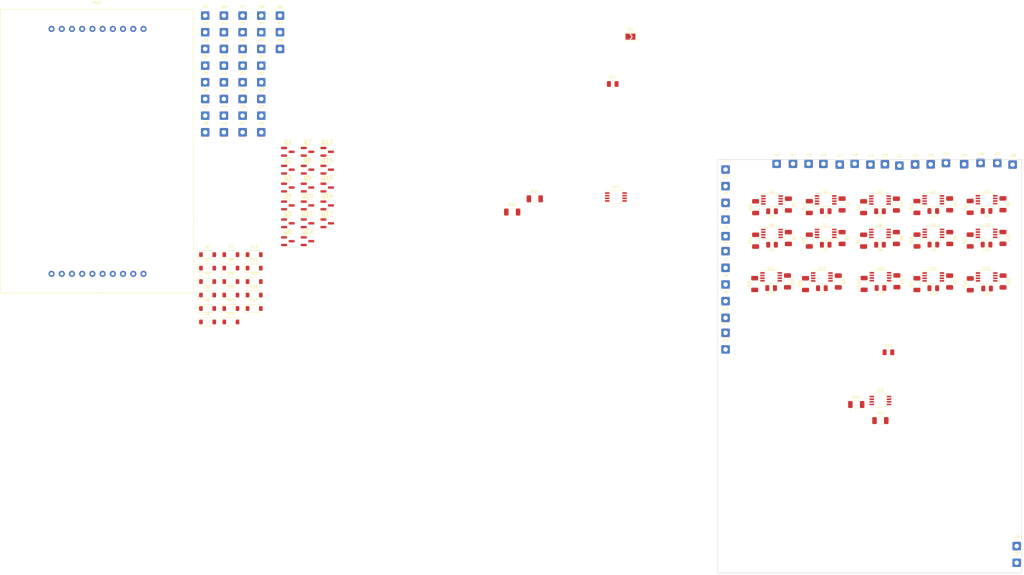
<source format=kicad_pcb>
(kicad_pcb (version 20221018) (generator pcbnew)
  (layers (0 "F.Cu" signal) (31 "B.Cu" signal) (34 "B.Paste" user) (35 "F.Paste" user) (36 "B.SilkS" user "B.Silkscreen") (37 "F.SilkS" user "F.Silkscreen") (38 "B.Mask" user) (39 "F.Mask" user) (44 "Edge.Cuts" user))
  (net 0 "")
  (net 1 "Net-(seg1-A1)")
  (net 2 "Net-(seg1-A2)")
  (net 3 "Net-(seg1-B)")
  (net 4 "Net-(seg1-C)")
  (net 5 "Net-(seg1-D1)")
  (net 6 "Net-(seg1-D2)")
  (net 7 "Net-(seg1-E)")
  (net 8 "Net-(seg1-F)")
  (net 9 "Net-(seg1-G1)")
  (net 10 "Net-(seg1-G2)")
  (net 11 "Net-(seg1-H)")
  (net 12 "Net-(seg1-I)")
  (net 13 "Net-(seg1-J)")
  (net 14 "Net-(seg1-K)")
  (net 15 "Net-(seg1-L)")
  (net 16 "Net-(seg1-M)")
  (net 17 "Net-(seg1-DP)")
  (net 18 "Net-(J13-Pin_1)")
  (net 19 "GND")
  (net 20 "Net-(J14-Pin_1)")
  (net 21 "Net-(J15-Pin_1)")
  (net 22 "Net-(J16-Pin_1)")
  (net 23 "Net-(J17-Pin_1)")
  (net 24 "Net-(J18-Pin_1)")
  (net 25 "Net-(J19-Pin_1)")
  (net 26 "Net-(J20-Pin_1)")
  (net 27 "Q_D")
  (net 28 "Net-(J22-Pin_1)")
  (net 29 "Net-(J23-Pin_1)")
  (net 30 "Net-(J24-Pin_1)")
  (net 31 "Net-(J25-Pin_1)")
  (net 32 "Net-(J26-Pin_1)")
  (net 33 "Net-(J27-Pin_1)")
  (net 34 "Net-(J28-Pin_1)")
  (net 35 "DP")
  (net 36 "Net-(U1-PR)")
  (net 37 "Net-(U2-PR)")
  (net 38 "Net-(U3-PR)")
  (net 39 "Net-(U4-PR)")
  (net 40 "Net-(U5-PR)")
  (net 41 "Net-(U6-PR)")
  (net 42 "Net-(U7-PR)")
  (net 43 "Net-(U8-PR)")
  (net 44 "Net-(U9-PR)")
  (net 45 "Net-(U1-Q-)")
  (net 46 "Net-(U2-Q-)")
  (net 47 "Net-(U3-Q-)")
  (net 48 "Net-(U4-Q-)")
  (net 49 "Net-(U5-Q-)")
  (net 50 "Net-(U6-Q-)")
  (net 51 "Net-(U7-Q-)")
  (net 52 "Net-(U8-Q-)")
  (net 53 "Net-(U9-Q-)")
  (net 54 "Net-(U10-PR)")
  (net 55 "Net-(U11-PR)")
  (net 56 "Net-(U12-PR)")
  (net 57 "Net-(U13-PR)")
  (net 58 "Net-(U14-PR)")
  (net 59 "Net-(U15-PR)")
  (net 60 "Net-(U16-PR)")
  (net 61 "Net-(U17-PR)")
  (net 62 "Net-(U10-Q-)")
  (net 63 "Net-(U11-Q-)")
  (net 64 "Net-(U12-Q-)")
  (net 65 "Net-(U13-Q-)")
  (net 66 "Net-(U14-Q-)")
  (net 67 "Net-(U15-Q-)")
  (net 68 "Net-(U16-Q-)")
  (net 69 "Net-(U17-Q-)")
  (net 70 "+5V")
  (net 71 "CK")
  (net 72 "deta")
  (net 73 "CLR")
  (net 74 "OF")
  (net 75 "Net-(J29-Pin_1)")
  (net 76 "Net-(J30-Pin_1)")
  (net 77 "Net-(J31-Pin_1)")
  (net 78 "Net-(J32-Pin_1)")
  (net 79 "Net-(J33-Pin_1)")
  (net 80 "Net-(J34-Pin_1)")
  (net 81 "Net-(J35-Pin_1)")
  (net 82 "Net-(J36-Pin_1)")
  (net 83 "Net-(J37-Pin_1)")
  (net 84 "Net-(J38-Pin_1)")
  (net 85 "Net-(J39-Pin_1)")
  (net 86 "Net-(J40-Pin_1)")
  (net 87 "Net-(J41-Pin_1)")
  (net 88 "Net-(J42-Pin_1)")
  (net 89 "Net-(J43-Pin_1)")
  (net 90 "Net-(J44-Pin_1)")
  (net 91 "Net-(J45-Pin_1)")
  (net 92 "Net-(J46-Pin_1)")
  (net 93 "Net-(J47-Pin_1)")
  (net 94 "+5F")
  (net 95 "deta_LED")
  (net 96 "DP_LED")
  (net 97 "OF_LED")
  (net 98 "CLR_LED")
  (net 99 "CK_LED")
  (net 100 "GND2")
  (net 101 "Net-(Q1-D)")
  (net 102 "Net-(Q2-D)")
  (net 103 "Net-(Q3-D)")
  (net 104 "Net-(Q4-D)")
  (net 105 "Net-(Q5-D)")
  (net 106 "Net-(Q6-D)")
  (net 107 "Net-(Q7-D)")
  (net 108 "Net-(Q8-D)")
  (net 109 "Net-(Q9-D)")
  (net 110 "Net-(Q10-D)")
  (net 111 "Net-(Q11-D)")
  (net 112 "Net-(Q12-D)")
  (net 113 "Net-(Q13-D)")
  (net 114 "Net-(Q14-D)")
  (net 115 "Net-(Q15-D)")
  (net 116 "Net-(Q16-D)")
  (net 117 "Net-(Q17-D)")
  (footprint "Resistor_SMD:R_1206_3216Metric" (layer "F.Cu") (at 253.3 80.4625 90)
    (fp_text reference "R8" (at -0.0125 1.475 90) (layer "F.SilkS") (effects (font (size 0.6 0.6) (thickness 0.1))))
    (fp_text value "10k")
    (pad "1" smd roundrect (at -1.4625 0 90) (size 1.125 1.75) (layers "F.Cu" "F.Paste" "F.Mask") (roundrect_rratio 0.222222) (net 19 "GND"))
    (pad "2" smd roundrect (at 1.4625 0 90) (size 1.125 1.75) (layers "F.Cu" "F.Paste" "F.Mask") (roundrect_rratio 0.222222) (net 43 "Net-(U8-PR)"))
  )
  (footprint "Diode_SMD:D_SOD-123" (layer "F.Cu") (at 82.02 101.355)
    (fp_text reference "D6" (at 0 -2) (layer "F.SilkS") (effects (font (size 0.6 0.6) (thickness 0.1))))
    (fp_text value "NSI45015WT1G")
    (pad "1" smd roundrect (at -1.65 0) (size 0.9 1.2) (layers "F.Cu" "F.Paste" "F.Mask") (net 106 "Net-(Q6-D)"))
    (pad "2" smd roundrect (at 1.65 0) (size 0.9 1.2) (layers "F.Cu" "F.Paste" "F.Mask") (net 6 "Net-(seg1-D2)"))
  )
  (footprint "Connector_Wire:SolderWire-0.5sqmm_1x01_D0.9mm_OD2.1mm" (layer "F.Cu") (at 95.375 50.005)
    (fp_text reference "J64" (at 0 -2.25) (layer "F.SilkS") (effects (font (size 0.6 0.6) (thickness 0.1))))
    (fp_text value "deta")
    (pad "1" thru_hole roundrect (at 0 0) (size 2.1 2.1) (drill 1.1) (layers "*.Cu" "*.Mask") (roundrect_rratio 0.119048) (net 95 "deta_LED"))
  )
  (footprint "Resistor_SMD:R_1206_3216Metric" (layer "F.Cu") (at 231.65 72.7625 90)
    (fp_text reference "R11" (at 0.0125 -1.425 90) (layer "F.SilkS") (effects (font (size 0.6 0.6) (thickness 0.1))))
    (fp_text value "10k")
    (pad "1" smd roundrect (at -1.4625 0 90) (size 1.125 1.75) (layers "F.Cu" "F.Paste" "F.Mask") (roundrect_rratio 0.222222) (net 19 "GND"))
    (pad "2" smd roundrect (at 1.4625 0 90) (size 1.125 1.75) (layers "F.Cu" "F.Paste" "F.Mask") (roundrect_rratio 0.222222) (net 46 "Net-(U2-Q-)"))
  )
  (footprint "Diode_SMD:D_SOD-123" (layer "F.Cu") (at 93.61 91.305)
    (fp_text reference "D15" (at 0 -2) (layer "F.SilkS") (effects (font (size 0.6 0.6) (thickness 0.1))))
    (fp_text value "NSI45015WT1G")
    (pad "1" smd roundrect (at -1.65 0) (size 0.9 1.2) (layers "F.Cu" "F.Paste" "F.Mask") (net 115 "Net-(Q15-D)"))
    (pad "2" smd roundrect (at 1.65 0) (size 0.9 1.2) (layers "F.Cu" "F.Paste" "F.Mask") (net 15 "Net-(seg1-L)"))
  )
  (footprint "Resistor_SMD:R_1206_3216Metric" (layer "F.Cu") (at 271.65 72.7125 90)
    (fp_text reference "R14" (at 0 -1.425 90) (layer "F.SilkS") (effects (font (size 0.6 0.6) (thickness 0.1))))
    (fp_text value "10k")
    (pad "1" smd roundrect (at -1.4625 0 90) (size 1.125 1.75) (layers "F.Cu" "F.Paste" "F.Mask") (roundrect_rratio 0.222222) (net 19 "GND"))
    (pad "2" smd roundrect (at 1.4625 0 90) (size 1.125 1.75) (layers "F.Cu" "F.Paste" "F.Mask") (roundrect_rratio 0.222222) (net 49 "Net-(U5-Q-)"))
  )
  (footprint "Connector_Wire:SolderWire-0.5sqmm_1x01_D0.9mm_OD2.1mm" (layer "F.Cu") (at 86.075 33.405)
    (fp_text reference "J41" (at 0 -2.25) (layer "F.SilkS") (effects (font (size 0.6 0.6) (thickness 0.1))))
    (fp_text value "H")
    (pad "1" thru_hole roundrect (at 0 0) (size 2.1 2.1) (drill 1.1) (layers "*.Cu" "*.Mask") (roundrect_rratio 0.119048) (net 87 "Net-(J41-Pin_1)"))
  )
  (footprint "Capacitor_SMD:C_0805_2012Metric" (layer "F.Cu") (at 234.775 92.95 180)
    (fp_text reference "C12" (at 0 -1.325) (layer "F.SilkS") (effects (font (size 0.6 0.6) (thickness 0.1))))
    (fp_text value "C")
    (pad "1" smd roundrect (at -0.95 0 180) (size 1 1.45) (layers "F.Cu" "F.Paste" "F.Mask") (net 70 "+5V"))
    (pad "2" smd roundrect (at 0.95 0 180) (size 1 1.45) (layers "F.Cu" "F.Paste" "F.Mask") (net 19 "GND"))
  )
  (footprint "Diode_SMD:D_SOD-123" (layer "F.Cu") (at 82.02 98.005)
    (fp_text reference "D5" (at 0 -2) (layer "F.SilkS") (effects (font (size 0.6 0.6) (thickness 0.1))))
    (fp_text value "NSI45015WT1G")
    (pad "1" smd roundrect (at -1.65 0) (size 0.9 1.2) (layers "F.Cu" "F.Paste" "F.Mask") (net 105 "Net-(Q5-D)"))
    (pad "2" smd roundrect (at 1.65 0) (size 0.9 1.2) (layers "F.Cu" "F.Paste" "F.Mask") (net 5 "Net-(seg1-D1)"))
  )
  (footprint "Resistor_SMD:R_1206_3216Metric" (layer "F.Cu") (at 245.15 81.1125 90)
    (fp_text reference "R17" (at 0 -1.425 90) (layer "F.SilkS") (effects (font (size 0.6 0.6) (thickness 0.1))))
    (fp_text value "10k")
    (pad "1" smd roundrect (at -1.4625 0 90) (size 1.125 1.75) (layers "F.Cu" "F.Paste" "F.Mask") (roundrect_rratio 0.222222) (net 19 "GND"))
    (pad "2" smd roundrect (at 1.4625 0 90) (size 1.125 1.75) (layers "F.Cu" "F.Paste" "F.Mask") (roundrect_rratio 0.222222) (net 52 "Net-(U8-Q-)"))
  )
  (footprint "Capacitor_SMD:C_0805_2012Metric" (layer "F.Cu") (at 222.375 82.125 180)
    (fp_text reference "C6" (at 0.025 -1.325) (layer "F.SilkS") (effects (font (size 0.6 0.6) (thickness 0.1))))
    (fp_text value "C")
    (pad "1" smd roundrect (at -0.95 0 180) (size 1 1.45) (layers "F.Cu" "F.Paste" "F.Mask") (net 70 "+5V"))
    (pad "2" smd roundrect (at 0.95 0 180) (size 1 1.45) (layers "F.Cu" "F.Paste" "F.Mask") (net 19 "GND"))
  )
  (footprint "Connector_Wire:SolderWire-0.5sqmm_1x01_D0.9mm_OD2.1mm" (layer "F.Cu") (at 210.82 92.03)
    (fp_text reference "J8" (at 0 -2.25) (layer "F.SilkS") (effects (font (size 0.6 0.6) (thickness 0.1))))
    (fp_text value "Conn_01x01")
    (pad "1" thru_hole roundrect (at 0 0) (size 2.1 2.1) (drill 1.1) (layers "*.Cu" "*.Mask") (roundrect_rratio 0.119048) (net 35 "DP"))
  )
  (footprint "Package_TO_SOT_SMD:SOT-23" (layer "F.Cu") (at 101.9825 63.45)
    (fp_text reference "Q2" (at 0 -2.4) (layer "F.SilkS"))
    (fp_text value "BSS138")
    (pad "1" smd roundrect (at -0.9375 -0.95) (size 1.475 0.6) (layers "F.Cu" "F.Paste" "F.Mask") (net 78 "Net-(J32-Pin_1)"))
    (pad "2" smd roundrect (at -0.9375 0.95) (size 1.475 0.6) (layers "F.Cu" "F.Paste" "F.Mask") (net 100 "GND2"))
    (pad "3" smd roundrect (at 0.9375 0) (size 1.475 0.6) (layers "F.Cu" "F.Paste" "F.Mask") (net 102 "Net-(Q2-D)"))
  )
  (footprint "Diode_SMD:D_SOD-123" (layer "F.Cu") (at 82.02 84.605)
    (fp_text reference "D1" (at 0 -2) (layer "F.SilkS") (effects (font (size 0.6 0.6) (thickness 0.1))))
    (fp_text value "NSI45015WT1G")
    (pad "1" smd roundrect (at -1.65 0) (size 0.9 1.2) (layers "F.Cu" "F.Paste" "F.Mask") (net 101 "Net-(Q1-D)"))
    (pad "2" smd roundrect (at 1.65 0) (size 0.9 1.2) (layers "F.Cu" "F.Paste" "F.Mask") (net 1 "Net-(seg1-A1)"))
  )
  (footprint "Connector_Wire:SolderWire-0.5sqmm_1x01_D0.9mm_OD2.1mm" (layer "F.Cu") (at 86.075 41.705)
    (fp_text reference "J43" (at 0 -2.25) (layer "F.SilkS") (effects (font (size 0.6 0.6) (thickness 0.1))))
    (fp_text value "J")
    (pad "1" thru_hole roundrect (at 0 0) (size 2.1 2.1) (drill 1.1) (layers "*.Cu" "*.Mask") (roundrect_rratio 0.119048) (net 89 "Net-(J43-Pin_1)"))
  )
  (footprint "Resistor_SMD:R_1206_3216Metric" (layer "F.Cu") (at 258.425 81.0875 90)
    (fp_text reference "R18" (at 0 -1.425 90) (layer "F.SilkS") (effects (font (size 0.6 0.6) (thickness 0.1))))
    (fp_text value "10k")
    (pad "1" smd roundrect (at -1.4625 0 90) (size 1.125 1.75) (layers "F.Cu" "F.Paste" "F.Mask") (roundrect_rratio 0.222222) (net 19 "GND"))
    (pad "2" smd roundrect (at 1.4625 0 90) (size 1.125 1.75) (layers "F.Cu" "F.Paste" "F.Mask") (roundrect_rratio 0.222222) (net 53 "Net-(U9-Q-)"))
  )
  (footprint "Connector_Wire:SolderWire-0.5sqmm_1x01_D0.9mm_OD2.1mm" (layer "F.Cu") (at 90.725 33.405)
    (fp_text reference "J52" (at 0 -2.25) (layer "F.SilkS") (effects (font (size 0.6 0.6) (thickness 0.1))))
    (fp_text value "VCC")
    (pad "1" thru_hole roundrect (at 0 0) (size 2.1 2.1) (drill 1.1) (layers "*.Cu" "*.Mask") (roundrect_rratio 0.119048) (net 94 "+5F"))
  )
  (footprint "Resistor_SMD:R_1206_3216Metric" (layer "F.Cu") (at 258.4 72.7375 90)
    (fp_text reference "R13" (at -0.0125 -1.425 90) (layer "F.SilkS") (effects (font (size 0.6 0.6) (thickness 0.1))))
    (fp_text value "10k")
    (pad "1" smd roundrect (at -1.4625 0 90) (size 1.125 1.75) (layers "F.Cu" "F.Paste" "F.Mask") (roundrect_rratio 0.222222) (net 19 "GND"))
    (pad "2" smd roundrect (at 1.4625 0 90) (size 1.125 1.75) (layers "F.Cu" "F.Paste" "F.Mask") (roundrect_rratio 0.222222) (net 48 "Net-(U4-Q-)"))
  )
  (footprint "Diode_SMD:D_SOD-123" (layer "F.Cu") (at 82.02 94.655)
    (fp_text reference "D4" (at 0 -2) (layer "F.SilkS") (effects (font (size 0.6 0.6) (thickness 0.1))))
    (fp_text value "NSI45015WT1G")
    (pad "1" smd roundrect (at -1.65 0) (size 0.9 1.2) (layers "F.Cu" "F.Paste" "F.Mask") (net 104 "Net-(Q4-D)"))
    (pad "2" smd roundrect (at 1.65 0) (size 0.9 1.2) (layers "F.Cu" "F.Paste" "F.Mask") (net 4 "Net-(seg1-C)"))
  )
  (footprint "Resistor_SMD:R_1206_3216Metric" (layer "F.Cu") (at 279.825 91.2875 90)
    (fp_text reference "R24" (at 0.0125 1.5 90) (layer "F.SilkS") (effects (font (size 0.6 0.6) (thickness 0.1))))
    (fp_text value "10k")
    (pad "1" smd roundrect (at -1.4625 0 90) (size 1.125 1.75) (layers "F.Cu" "F.Paste" "F.Mask") (roundrect_rratio 0.222222) (net 19 "GND"))
    (pad "2" smd roundrect (at 1.4625 0 90) (size 1.125 1.75) (layers "F.Cu" "F.Paste" "F.Mask") (roundrect_rratio 0.222222) (net 59 "Net-(U15-PR)"))
  )
  (footprint "Connector_Wire:SolderWire-0.5sqmm_1x01_D0.9mm_OD2.1mm" (layer "F.Cu") (at 90.725 45.855)
    (fp_text reference "J55" (at 0 -2.25) (layer "F.SilkS") (effects (font (size 0.6 0.6) (thickness 0.1))))
    (fp_text value "OF")
    (pad "1" thru_hole roundrect (at 0 0) (size 2.1 2.1) (drill 1.1) (layers "*.Cu" "*.Mask") (roundrect_rratio 0.119048) (net 97 "OF_LED"))
  )
  (footprint "Connector_Wire:SolderWire-0.5sqmm_1x01_D0.9mm_OD2.1mm" (layer "F.Cu") (at 210.82 67.56)
    (fp_text reference "J2" (at 0 -2.25) (layer "F.SilkS") (effects (font (size 0.6 0.6) (thickness 0.1))))
    (fp_text value "Conn_01x01")
    (pad "1" thru_hole roundrect (at 0 0) (size 2.1 2.1) (drill 1.1) (layers "*.Cu" "*.Mask") (roundrect_rratio 0.119048) (net 72 "deta"))
  )
  (footprint "Package_SO:TSSOP-8_3x3mm_P0.65mm" (layer "F.Cu") (at 222.375 71)
    (fp_text reference "U1" (at 0 -2.1) (layer "F.SilkS") (effects (font (size 0.6 0.6) (thickness 0.1))))
    (fp_text value "~")
    (pad "1" smd rect (at -2.15 -0.975) (size 1.1 0.4) (layers "F.Cu" "F.Paste" "F.Mask") (net 71 "CK"))
    (pad "2" smd rect (at -2.15 -0.325) (size 1.1 0.4) (layers "F.Cu" "F.Paste" "F.Mask") (net 72 "deta"))
    (pad "3" smd rect (at -2.15 0.325) (size 1.1 0.4) (layers "F.Cu" "F.Paste" "F.Mask") (net 45 "Net-(U1-Q-)"))
    (pad "4" smd rect (at -2.15 0.975) (size 1.1 0.4) (layers "F.Cu" "F.Paste" "F.Mask") (net 19 "GND"))
    (pad "5" smd rect (at 2.15 0.975) (size 1.1 0.4) (layers "F.Cu" "F.Paste" "F.Mask") (net 18 "Net-(J13-Pin_1)"))
    (pad "6" smd rect (at 2.15 0.325) (size 1.1 0.4) (layers "F.Cu" "F.Paste" "F.Mask") (net 73 "CLR"))
    (pad "7" smd rect (at 2.15 -0.325) (size 1.1 0.4) (layers "F.Cu" "F.Paste" "F.Mask") (net 36 "Net-(U1-PR)"))
    (pad "8" smd rect (at 2.15 -0.975) (size 1.1 0.4) (layers "F.Cu" "F.Paste" "F.Mask") (net 70 "+5V"))
  )
  (footprint "Connector_Wire:SolderWire-0.5sqmm_1x01_D0.9mm_OD2.1mm" (layer "F.Cu") (at 86.075 50.005)
    (fp_text reference "J45" (at 0 -2.25) (layer "F.SilkS") (effects (font (size 0.6 0.6) (thickness 0.1))))
    (fp_text value "L")
    (pad "1" thru_hole roundrect (at 0 0) (size 2.1 2.1) (drill 1.1) (layers "*.Cu" "*.Mask") (roundrect_rratio 0.119048) (net 91 "Net-(J45-Pin_1)"))
  )
  (footprint "Diode_SMD:D_SOD-123" (layer "F.Cu") (at 93.61 98.005)
    (fp_text reference "D17" (at 0 -2) (layer "F.SilkS") (effects (font (size 0.6 0.6) (thickness 0.1))))
    (fp_text value "NSI45015WT1G")
    (pad "1" smd roundrect (at -1.65 0) (size 0.9 1.2) (layers "F.Cu" "F.Paste" "F.Mask") (net 117 "Net-(Q17-D)"))
    (pad "2" smd roundrect (at 1.65 0) (size 0.9 1.2) (layers "F.Cu" "F.Paste" "F.Mask") (net 17 "Net-(seg1-DP)"))
  )
  (footprint "Package_TO_SOT_SMD:SOT-23" (layer "F.Cu") (at 106.8725 67.9)
    (fp_text reference "Q9" (at 0 -2.4) (layer "F.SilkS"))
    (fp_text value "BSS138")
    (pad "1" smd roundrect (at -0.9375 -0.95) (size 1.475 0.6) (layers "F.Cu" "F.Paste" "F.Mask") (net 85 "Net-(J39-Pin_1)"))
    (pad "2" smd roundrect (at -0.9375 0.95) (size 1.475 0.6) (layers "F.Cu" "F.Paste" "F.Mask") (net 100 "GND2"))
    (pad "3" smd roundrect (at 0.9375 0) (size 1.475 0.6) (layers "F.Cu" "F.Paste" "F.Mask") (net 109 "Net-(Q9-D)"))
  )
  (footprint "Connector_Wire:SolderWire-0.5sqmm_1x01_D0.9mm_OD2.1mm" (layer "F.Cu") (at 210.82 100.33)
    (fp_text reference "J10" (at 0 -2.25) (layer "F.SilkS") (effects (font (size 0.6 0.6) (thickness 0.1))))
    (fp_text value "Conn_01x01")
    (pad "1" thru_hole roundrect (at 0 0) (size 2.1 2.1) (drill 1.1) (layers "*.Cu" "*.Mask") (roundrect_rratio 0.119048) (net 73 "CLR"))
  )
  (footprint "Package_TO_SOT_SMD:SOT-23" (layer "F.Cu") (at 101.9825 72.35)
    (fp_text reference "Q4" (at 0 -2.4) (layer "F.SilkS"))
    (fp_text value "BSS138")
    (pad "1" smd roundrect (at -0.9375 -0.95) (size 1.475 0.6) (layers "F.Cu" "F.Paste" "F.Mask") (net 80 "Net-(J34-Pin_1)"))
    (pad "2" smd roundrect (at -0.9375 0.95) (size 1.475 0.6) (layers "F.Cu" "F.Paste" "F.Mask") (net 100 "GND2"))
    (pad "3" smd roundrect (at 0.9375 0) (size 1.475 0.6) (layers "F.Cu" "F.Paste" "F.Mask") (net 104 "Net-(Q4-D)"))
  )
  (footprint "Package_SO:TSSOP-8_3x3mm_P0.65mm" (layer "F.Cu") (at 249.225 79.325)
    (fp_text reference "U8" (at 0 -2.1) (layer "F.SilkS") (effects (font (size 0.6 0.6) (thickness 0.1))))
    (fp_text value "~")
    (pad "1" smd rect (at -2.15 -0.975) (size 1.1 0.4) (layers "F.Cu" "F.Paste" "F.Mask") (net 71 "CK"))
    (pad "2" smd rect (at -2.15 -0.325) (size 1.1 0.4) (layers "F.Cu" "F.Paste" "F.Mask") (net 25 "Net-(J19-Pin_1)"))
    (pad "3" smd rect (at -2.15 0.325) (size 1.1 0.4) (layers "F.Cu" "F.Paste" "F.Mask") (net 52 "Net-(U8-Q-)"))
    (pad "4" smd rect (at -2.15 0.975) (size 1.1 0.4) (layers "F.Cu" "F.Paste" "F.Mask") (net 19 "GND"))
    (pad "5" smd rect (at 2.15 0.975) (size 1.1 0.4) (layers "F.Cu" "F.Paste" "F.Mask") (net 26 "Net-(J20-Pin_1)"))
    (pad "6" smd rect (at 2.15 0.325) (size 1.1 0.4) (layers "F.Cu" "F.Paste" "F.Mask") (net 73 "CLR"))
    (pad "7" smd rect (at 2.15 -0.325) (size 1.1 0.4) (layers "F.Cu" "F.Paste" "F.Mask") (net 43 "Net-(U8-PR)"))
    (pad "8" smd rect (at 2.15 -0.975) (size 1.1 0.4) (layers "F.Cu" "F.Paste" "F.Mask") (net 70 "+5V"))
  )
  (footprint "Package_TO_SOT_SMD:SOT-23" (layer "F.Cu") (at 101.9825 76.8)
    (fp_text reference "Q5" (at 0 -2.4) (layer "F.SilkS"))
    (fp_text value "BSS138")
    (pad "1" smd roundrect (at -0.9375 -0.95) (size 1.475 0.6) (layers "F.Cu" "F.Paste" "F.Mask") (net 81 "Net-(J35-Pin_1)"))
    (pad "2" smd roundrect (at -0.9375 0.95) (size 1.475 0.6) (layers "F.Cu" "F.Paste" "F.Mask") (net 100 "GND2"))
    (pad "3" smd roundrect (at 0.9375 0) (size 1.475 0.6) (layers "F.Cu" "F.Paste" "F.Mask") (net 105 "Net-(Q5-D)"))
  )
  (footprint "Resistor_SMD:R_1206_3216Metric" (layer "F.Cu") (at 271.675 91.9875 90)
    (fp_text reference "R32" (at 0.0125 -1.45 90) (layer "F.SilkS") (effects (font (size 0.6 0.6) (thickness 0.1))))
    (fp_text value "10k")
    (pad "1" smd roundrect (at -1.4625 0 90) (size 1.125 1.75) (layers "F.Cu" "F.Paste" "F.Mask") (roundrect_rratio 0.222222) (net 19 "GND"))
    (pad "2" smd roundrect (at 1.4625 0 90) (size 1.125 1.75) (layers "F.Cu" "F.Paste" "F.Mask") (roundrect_rratio 0.222222) (net 67 "Net-(U15-Q-)"))
  )
  (footprint "Resistor_SMD:R_1206_3216Metric" (layer "F.Cu") (at 245.15 72.7875 90)
    (fp_text reference "R12" (at 0 -1.425 90) (layer "F.SilkS") (effects (font (size 0.6 0.6) (thickness 0.1))))
    (fp_text value "10k")
    (pad "1" smd roundrect (at -1.4625 0 90) (size 1.125 1.75) (layers "F.Cu" "F.Paste" "F.Mask") (roundrect_rratio 0.222222) (net 19 "GND"))
    (pad "2" smd roundrect (at 1.4625 0 90) (size 1.125 1.75) (layers "F.Cu" "F.Paste" "F.Mask") (roundrect_rratio 0.222222) (net 47 "Net-(U3-Q-)"))
  )
  (footprint "Connector_Wire:SolderWire-0.5sqmm_1x01_D0.9mm_OD2.1mm" (layer "F.Cu") (at 95.375 25.105)
    (fp_text reference "J58" (at 0 -2.25) (layer "F.SilkS") (effects (font (size 0.6 0.6) (thickness 0.1))))
    (fp_text value "CLR")
    (pad "1" thru_hole roundrect (at 0 0) (size 2.1 2.1) (drill 1.1) (layers "*.Cu" "*.Mask") (roundrect_rratio 0.119048) (net 98 "CLR_LED"))
  )
  (footprint "Package_TO_SOT_SMD:SOT-23" (layer "F.Cu") (at 106.8725 81.25)
    (fp_text reference "Q12" (at 0 -2.4) (layer "F.SilkS"))
    (fp_text value "BSS138")
    (pad "1" smd roundrect (at -0.9375 -0.95) (size 1.475 0.6) (layers "F.Cu" "F.Paste" "F.Mask") (net 88 "Net-(J42-Pin_1)"))
    (pad "2" smd roundrect (at -0.9375 0.95) (size 1.475 0.6) (layers "F.Cu" "F.Paste" "F.Mask") (net 100 "GND2"))
    (pad "3" smd roundrect (at 0.9375 0) (size 1.475 0.6) (layers "F.Cu" "F.Paste" "F.Mask") (net 112 "Net-(Q12-D)"))
  )
  (footprint "Diode_SMD:D_SOD-123" (layer "F.Cu") (at 87.815 84.605)
    (fp_text reference "D7" (at 0 -2) (layer "F.SilkS") (effects (font (size 0.6 0.6) (thickness 0.1))))
    (fp_text value "NSI45015WT1G")
    (pad "1" smd roundrect (at -1.65 0) (size 0.9 1.2) (layers "F.Cu" "F.Paste" "F.Mask") (net 107 "Net-(Q7-D)"))
    (pad "2" smd roundrect (at 1.65 0) (size 0.9 1.2) (layers "F.Cu" "F.Paste" "F.Mask") (net 7 "Net-(seg1-E)"))
  )
  (footprint "Package_SO:TSSOP-8_3x3mm_P0.65mm" (layer "F.Cu") (at 183.56 70.25)
    (fp_text reference "U17" (at 0 -2.55) (layer "F.SilkS") (effects (font (size 0.6 0.6) (thickness 0.1))))
    (fp_text value "~")
    (pad "1" smd rect (at -2.15 -0.975) (size 1.1 0.4) (layers "F.Cu" "F.Paste" "F.Mask") (net 71 "CK"))
    (pad "2" smd rect (at -2.15 -0.325) (size 1.1 0.4) (layers "F.Cu" "F.Paste" "F.Mask") (net 34 "Net-(J28-Pin_1)"))
    (pad "3" smd rect (at -2.15 0.325) (size 1.1 0.4) (layers "F.Cu" "F.Paste" "F.Mask") (net 69 "Net-(U17-Q-)"))
    (pad "4" smd rect (at -2.15 0.975) (size 1.1 0.4) (layers "F.Cu" "F.Paste" "F.Mask") (net 19 "GND"))
    (pad "5" smd rect (at 2.15 0.975) (size 1.1 0.4) (layers "F.Cu" "F.Paste" "F.Mask") (net 75 "Net-(J29-Pin_1)"))
    (pad "6" smd rect (at 2.15 0.325) (size 1.1 0.4) (layers "F.Cu" "F.Paste" "F.Mask") (net 73 "CLR"))
    (pad "7" smd rect (at 2.15 -0.325) (size 1.1 0.4) (layers "F.Cu" "F.Paste" "F.Mask") (net 61 "Net-(U17-PR)"))
    (pad "8" smd rect (at 2.15 -0.975) (size 1.1 0.4) (layers "F.Cu" "F.Paste" "F.Mask") (net 70 "+5V"))
  )
  (footprint "Resistor_SMD:R_1206_3216Metric" (layer "F.Cu") (at 279.8 80.4375 90)
    (fp_text reference "R19" (at 0 1.475 90) (layer "F.SilkS") (effects (font (size 0.6 0.6) (thickness 0.1))))
    (fp_text value "10k")
    (pad "1" smd roundrect (at -1.4625 0 90) (size 1.125 1.75) (layers "F.Cu" "F.Paste" "F.Mask") (roundrect_rratio 0.222222) (net 19 "GND"))
    (pad "2" smd roundrect (at 1.4625 0 90) (size 1.125 1.75) (layers "F.Cu" "F.Paste" "F.Mask") (roundrect_rratio 0.222222) (net 54 "Net-(U10-PR)"))
  )
  (footprint "Package_TO_SOT_SMD:SOT-23" (layer "F.Cu") (at 111.7625 59)
    (fp_text reference "Q13" (at 0 -2.4) (layer "F.SilkS"))
    (fp_text value "BSS138")
    (pad "1" smd roundrect (at -0.9375 -0.95) (size 1.475 0.6) (layers "F.Cu" "F.Paste" "F.Mask") (net 89 "Net-(J43-Pin_1)"))
    (pad "2" smd roundrect (at -0.9375 0.95) (size 1.475 0.6) (layers "F.Cu" "F.Paste" "F.Mask") (net 100 "GND2"))
    (pad "3" smd roundrect (at 0.9375 0) (size 1.475 0.6) (layers "F.Cu" "F.Paste" "F.Mask") (net 113 "Net-(Q13-D)"))
  )
  (footprint "Capacitor_SMD:C_0805_2012Metric" (layer "F.Cu") (at 222.15 92.925 180)
    (fp_text reference "C11" (at 0 -1.3) (layer "F.SilkS") (effects (font (size 0.6 0.6) (thickness 0.1))))
    (fp_text value "C")
    (pad "1" smd roundrect (at -0.95 0 180) (size 1 1.45) (layers "F.Cu" "F.Paste" "F.Mask") (net 70 "+5V"))
    (pad "2" smd roundrect (at 0.95 0 180) (size 1 1.45) (layers "F.Cu" "F.Paste" "F.Mask") (net 19 "GND"))
  )
  (footprint "Diode_SMD:D_SOD-123" (layer "F.Cu") (at 87.815 101.355)
    (fp_text reference "D12" (at 0 -2) (layer "F.SilkS") (effects (font (size 0.6 0.6) (thickness 0.1))))
    (fp_text value "NSI45015WT1G")
    (pad "1" smd roundrect (at -1.65 0) (size 0.9 1.2) (layers "F.Cu" "F.Paste" "F.Mask") (net 112 "Net-(Q12-D)"))
    (pad "2" smd roundrect (at 1.65 0) (size 0.9 1.2) (layers "F.Cu" "F.Paste" "F.Mask") (net 12 "Net-(seg1-I)"))
  )
  (footprint "Resistor_SMD:R_1206_3216Metric" (layer "F.Cu") (at 243.325 121.9)
    (fp_text reference "R33" (at 0 -1.82) (layer "F.SilkS") (effects (font (size 0.6 0.6) (thickness 0.1))))
    (fp_text value "10k")
    (pad "1" smd roundrect (at -1.4625 0) (size 1.125 1.75) (layers "F.Cu" "F.Paste" "F.Mask") (roundrect_rratio 0.222222) (net 19 "GND"))
    (pad "2" smd roundrect (at 1.4625 0) (size 1.125 1.75) (layers "F.Cu" "F.Paste" "F.Mask") (roundrect_rratio 0.222222) (net 68 "Net-(U16-Q-)"))
  )
  (footprint "Diode_SMD:D_SOD-123" (layer "F.Cu") (at 93.61 84.605)
    (fp_text reference "D13" (at 0 -2) (layer "F.SilkS") (effects (font (size 0.6 0.6) (thickness 0.1))))
    (fp_text value "NSI45015WT1G")
    (pad "1" smd roundrect (at -1.65 0) (size 0.9 1.2) (layers "F.Cu" "F.Paste" "F.Mask") (net 113 "Net-(Q13-D)"))
    (pad "2" smd roundrect (at 1.65 0) (size 0.9 1.2) (layers "F.Cu" "F.Paste" "F.Mask") (net 13 "Net-(seg1-J)"))
  )
  (footprint "Capacitor_SMD:C_0805_2012Metric" (layer "F.Cu") (at 262.5 82.1 180)
    (fp_text reference "C9" (at 0 -1.325) (layer "F.SilkS") (effects (font (size 0.6 0.6) (thickness 0.1))))
    (fp_text value "C")
    (pad "1" smd roundrect (at -0.95 0 180) (size 1 1.45) (layers "F.Cu" "F.Paste" "F.Mask") (net 70 "+5V"))
    (pad "2" smd roundrect (at 0.95 0 180) (size 1 1.45) (layers "F.Cu" "F.Paste" "F.Mask") (net 19 "GND"))
  )
  (footprint "Resistor_SMD:R_1206_3216Metric" (layer "F.Cu") (at 279.8 72.0625 90)
    (fp_text reference "R5" (at 0 1.475 90) (layer "F.SilkS") (effects (font (size 0.6 0.6) (thickness 0.1))))
    (fp_text value "10k")
    (pad "1" smd roundrect (at -1.4625 0 90) (size 1.125 1.75) (layers "F.Cu" "F.Paste" "F.Mask") (roundrect_rratio 0.222222) (net 19 "GND"))
    (pad "2" smd roundrect (at 1.4625 0 90) (size 1.125 1.75) (layers "F.Cu" "F.Paste" "F.Mask") (roundrect_rratio 0.222222) (net 40 "Net-(U5-PR)"))
  )
  (footprint "Package_TO_SOT_SMD:SOT-23" (layer "F.Cu") (at 111.7625 76.8)
    (fp_text reference "Q17" (at 0 -2.4) (layer "F.SilkS"))
    (fp_text value "BSS138")
    (pad "1" smd roundrect (at -0.9375 -0.95) (size 1.475 0.6) (layers "F.Cu" "F.Paste" "F.Mask") (net 93 "Net-(J47-Pin_1)"))
    (pad "2" smd roundrect (at -0.9375 0.95) (size 1.475 0.6) (layers "F.Cu" "F.Paste" "F.Mask") (net 100 "GND2"))
    (pad "3" smd roundrect (at 0.9375 0) (size 1.475 0.6) (layers "F.Cu" "F.Paste" "F.Mask") (net 117 "Net-(Q17-D)"))
  )
  (footprint "Resistor_SMD:R_1206_3216Metric" (layer "F.Cu") (at 253.425 91.2375 90)
    (fp_text reference "R22" (at 0 1.5 90) (layer "F.SilkS") (effects (font (size 0.6 0.6) (thickness 0.1))))
    (fp_text value "10k")
    (pad "1" smd roundrect (at -1.4625 0 90) (size 1.125 1.75) (layers "F.Cu" "F.Paste" "F.Mask") (roundrect_rratio 0.222222) (net 19 "GND"))
    (pad "2" smd roundrect (at 1.4625 0 90) (size 1.125 1.75) (layers "F.Cu" "F.Paste" "F.Mask") (roundrect_rratio 0.222222) (net 57 "Net-(U13-PR)"))
  )
  (footprint "Connector_Wire:SolderWire-0.5sqmm_1x01_D0.9mm_OD2.1mm" (layer "F.Cu") (at 239.2 62.175)
    (fp_text reference "J17" (at 0 -2.25) (layer "F.SilkS") (effects (font (size 0.6 0.6) (thickness 0.1))))
    (fp_text value "D1")
    (pad "1" thru_hole roundrect (at 0 0) (size 2.1 2.1) (drill 1.1) (layers "*.Cu" "*.Mask") (roundrect_rratio 0.119048) (net 23 "Net-(J17-Pin_1)"))
  )
  (footprint "Capacitor_SMD:C_0805_2012Metric" (layer "F.Cu") (at 249.35 92.9 180)
    (fp_text reference "C13" (at 0 -1.3) (layer "F.SilkS") (effects (font (size 0.6 0.6) (thickness 0.1))))
    (fp_text value "C")
    (pad "1" smd roundrect (at -0.95 0 180) (size 1 1.45) (layers "F.Cu" "F.Paste" "F.Mask") (net 70 "+5V"))
    (pad "2" smd roundrect (at 0.95 0 180) (size 1 1.45) (layers "F.Cu" "F.Paste" "F.Mask") (net 19 "GND"))
  )
  (footprint "Connector_Wire:SolderWire-0.5sqmm_1x01_D0.9mm_OD2.1mm" (layer "F.Cu") (at 254.05 62.45)
    (fp_text reference "J21" (at 0 -2.25) (layer "F.SilkS") (effects (font (size 0.6 0.6) (thickness 0.1))))
    (fp_text value "G1")
    (pad "1" thru_hole roundrect (at 0 0) (size 2.1 2.1) (drill 1.1) (layers "*.Cu" "*.Mask") (roundrect_rratio 0.119048) (net 27 "Q_D"))
  )
  (footprint "Connector_Wire:SolderWire-0.5sqmm_1x01_D0.9mm_OD2.1mm" (layer "F.Cu") (at 270.15 62.1)
    (fp_text reference "J25" (at 0 -2.25) (layer "F.SilkS") (effects (font (size 0.6 0.6) (thickness 0.1))))
    (fp_text value "J")
    (pad "1" thru_hole roundrect (at 0 0) (size 2.1 2.1) (drill 1.1) (layers "*.Cu" "*.Mask") (roundrect_rratio 0.119048) (net 31 "Net-(J25-Pin_1)"))
  )
  (footprint "Package_TO_SOT_SMD:SOT-23" (layer "F.Cu") (at 111.7625 72.35)
    (fp_text reference "Q16" (at 0 -2.4) (layer "F.SilkS"))
    (fp_text value "BSS138")
    (pad "1" smd roundrect (at -0.9375 -0.95) (size 1.475 0.6) (layers "F.Cu" "F.Paste" "F.Mask") (net 92 "Net-(J46-Pin_1)"))
    (pad "2" smd roundrect (at -0.9375 0.95) (size 1.475 0.6) (layers "F.Cu" "F.Paste" "F.Mask") (net 100 "GND2"))
    (pad "3" smd roundrect (at 0.9375 0) (size 1.475 0.6) (layers "F.Cu" "F.Paste" "F.Mask") (net 116 "Net-(Q16-D)"))
  )
  (footprint "Resistor_SMD:R_1206_3216Metric" (layer "F.Cu") (at 266.575 80.4625 90)
    (fp_text reference "R9" (at -0.0125 1.475 90) (layer "F.SilkS") (effects (font (size 0.6 0.6) (thickness 0.1))))
    (fp_text value "10k")
    (pad "1" smd roundrect (at -1.4625 0 90) (size 1.125 1.75) (layers "F.Cu" "F.Paste" "F.Mask") (roundrect_rratio 0.222222) (net 19 "GND"))
    (pad "2" smd roundrect (at 1.4625 0 90) (size 1.125 1.75) (layers "F.Cu" "F.Paste" "F.Mask") (roundrect_rratio 0.222222) (net 44 "Net-(U9-PR)"))
  )
  (footprint "Resistor_SMD:R_1206_3216Metric" (layer "F.Cu") (at 266.55 72.0875 90)
    (fp_text reference "R4" (at 0.0125 1.5 90) (layer "F.SilkS") (effects (font (size 0.6 0.6) (thickness 0.1))))
    (fp_text value "10k")
    (pad "1" smd roundrect (at -1.4625 0 90) (size 1.125 1.75) (layers "F.Cu" "F.Paste" "F.Mask") (roundrect_rratio 0.222222) (net 19 "GND"))
    (pad "2" smd roundrect (at 1.4625 0 90) (size 1.125 1.75) (layers "F.Cu" "F.Paste" "F.Mask") (roundrect_rratio 0.222222) (net 39 "Net-(U4-PR)"))
  )
  (footprint "Connector_Wire:SolderWire-0.5sqmm_1x01_D0.9mm_OD2.1mm" (layer "F.Cu") (at 90.725 50.005)
    (fp_text reference "J56" (at 0 -2.25) (layer "F.SilkS") (effects (font (size 0.6 0.6) (thickness 0.1))))
    (fp_text value "OF")
    (pad "1" thru_hole roundrect (at 0 0) (size 2.1 2.1) (drill 1.1) (layers "*.Cu" "*.Mask") (roundrect_rratio 0.119048) (net 97 "OF_LED"))
  )
  (footprint "Connector_Wire:SolderWire-0.5sqmm_1x01_D0.9mm_OD2.1mm" (layer "F.Cu") (at 250.45 62.1)
    (fp_text reference "J20" (at 0 -2.25) (layer "F.SilkS") (effects (font (size 0.6 0.6) (thickness 0.1))))
    (fp_text value "F")
    (pad "1" thru_hole roundrect (at 0 0) (size 2.1 2.1) (drill 1.1) (layers "*.Cu" "*.Mask") (roundrect_rratio 0.119048) (net 26 "Net-(J20-Pin_1)"))
  )
  (footprint "Connector_Wire:SolderWire-0.5sqmm_1x01_D0.9mm_OD2.1mm" (layer "F.Cu") (at 86.075 37.555)
    (fp_text reference "J42" (at 0 -2.25) (layer "F.SilkS") (effects (font (size 0.6 0.6) (thickness 0.1))))
    (fp_text value "I")
    (pad "1" thru_hole roundrect (at 0 0) (size 2.1 2.1) (drill 1.1) (layers "*.Cu" "*.Mask") (roundrect_rratio 0.119048) (net 88 "Net-(J42-Pin_1)"))
  )
  (footprint "Library:16seg" (layer "F.Cu") (at 54.65 58.38)
    (fp_text reference "seg1" (at -0.1 -36.63 unlocked) (layer "F.SilkS") (effects (font (size 0.6 0.6) (thickness 0.1))))
    (fp_text value "~")
    (pad "1" thru_hole circle (at -11.43 31) (size 1.524 1.524) (drill 0.762) (layers "*.Cu" "*.Mask") (net 94 "+5F"))
    (pad "2" thru_hole circle (at -8.89 31) (size 1.524 1.524) (drill 0.762) (layers "*.Cu" "*.Mask") (net 9 "Net-(seg1-G1)"))
    (pad "3" thru_hole circle (at -6.35 31) (size 1.524 1.524) (drill 0.762) (layers "*.Cu" "*.Mask") (net 7 "Net-(seg1-E)"))
    (pad "4" thru_hole circle (at -3.81 31) (size 1.524 1.524) (drill 0.762) (layers "*.Cu" "*.Mask") (net 5 "Net-(seg1-D1)"))
    (pad "5" thru_hole circle (at -1.27 31) (size 1.524 1.524) (drill 0.762) (layers "*.Cu" "*.Mask") (net 16 "Net-(seg1-M)"))
    (pad "6" thru_hole circle (at 1.27 31) (size 1.524 1.524) (drill 0.762) (layers "*.Cu" "*.Mask") (net 15 "Net-(seg1-L)"))
    (pad "7" thru_hole circle (at 3.81 31) (size 1.524 1.524) (drill 0.762) (layers "*.Cu" "*.Mask") (net 6 "Net-(seg1-D2)"))
    (pad "8" thru_hole circle (at 6.35 31) (size 1.524 1.524) (drill 0.762) (layers "*.Cu" "*.Mask") (net 14 "Net-(seg1-K)"))
    (pad "9" thru_hole circle (at 8.89 31) (size 1.524 1.524) (drill 0.762) (layers "*.Cu" "*.Mask") (net 4 "Net-(seg1-C)"))
    (pad "10" thru_hole circle (at 11.43 31) (size 1.524 1.524) (drill 0.762) (layers "*.Cu" "*.Mask") (net 17 "Net-(seg1-DP)"))
    (pad "11" thru_hole circle (at 11.43 -29.96) (size 1.524 1.524) (drill 0.762) (layers "*.Cu" "*.Mask") (net 94 "+5F"))
    (pad "12" thru_hole circle (at 8.89 -29.96) (size 1.524 1.524) (drill 0.762) (layers "*.Cu" "*.Mask") (net 10 "Net-(seg1-G2)"))
    (pad "13" thru_hole circle (at 6.35 -29.96) (size 1.524 1.524) (drill 0.762) (layers "*.Cu" "*.Mask") (net 3 "Net-(seg1-B)"))
    (pad "14" thru_hole circle (at 3.81 -29.96) (size 1.524 1.524) (drill 0.762) (layers "*.Cu" "*.Mask") (net 2 "Net-(seg1-A2)"))
    (pad "15" thru_hole circle (at 1.27 -29.96) (size 1.524 1.524) (drill 0.762) (layers "*.Cu" "*.Mask") (net 13 "Net-(seg1-J)"))
    (pad "16" thru_hole circle (at -1.27 -29.96) (size 1.524 1.524) (drill 0.762) (layers "*.Cu" "*.Mask") (net 12 "Net-(seg1-I)"))
    (pad "17" thru_hole circle (at -3.81 -29.96) (size 1.524 1.524) (drill 0.762) (layers "*.Cu" "*.Mask") (net 1 "Net-(seg1-A1)"))
    (pad "18" thru_hole circle (at -6.35 -29.96) (size 1.524 1.524) (drill 0.762) (layers "*.Cu" "*.Mask") (net 11 "Net-(seg1-H)"))
    (pad "19" thru_hole circle (at -8.89 -29.96) (size 1.524 1.524) (drill 0.762) (layers "*.Cu" "*.Mask") (net 8 "Net-(seg1-F)"))
    (pad "20" thru_hole circle (at -11.43 -29.96) (size 1.524 1.524) (drill 0.762) (layers "*.Cu" "*.Mask"))
  )
  (footprint "Package_SO:TSSOP-8_3x3mm_P0.65mm" (layer "F.Cu") (at 262.5 79.3)
    (fp_text reference "U9" (at 0 -2.1) (layer "F.SilkS") (effects (font (size 0.6 0.6) (thickness 0.1))))
    (fp_text value "~")
    (pad "1" smd rect (at -2.15 -0.975) (size 1.1 0.4) (layers "F.Cu" "F.Paste" "F.Mask") (net 71 "CK"))
    (pad "2" smd rect (at -2.15 -0.325) (size 1.1 0.4) (layers "F.Cu" "F.Paste" "F.Mask") (net 26 "Net-(J20-Pin_1)"))
    (pad "3" smd rect (at -2.15 0.325) (size 1.1 0.4) (layers "F.Cu" "F.Paste" "F.Mask") (net 53 "Net-(U9-Q-)"))
    (pad "4" smd rect (at -2.15 0.975) (size 1.1 0.4) (layers "F.Cu" "F.Paste" "F.Mask") (net 19 "GND"))
    (pad "5" smd rect (at 2.15 0.975) (size 1.1 0.4) (layers "F.Cu" "F.Paste" "F.Mask") (net 27 "Q_D"))
    (pad "6" smd rect (at 2.15 0.325) (size 1.1 0.4) (layers "F.Cu" "F.Paste" "F.Mask") (net 73 "CLR"))
    (pad "7" smd rect (at 2.15 -0.325) (size 1.1 0.4) (layers "F.Cu" "F.Paste" "F.Mask") (net 44 "Net-(U9-PR)"))
    (pad "8" smd rect (at 2.15 -0.975) (size 1.1 0.4) (layers "F.Cu" "F.Paste" "F.Mask") (net 70 "+5V"))
  )
  (footprint "Capacitor_SMD:C_0805_2012Metric" (layer "F.Cu") (at 249.225 82.125 180)
    (fp_text reference "C8" (at 0 -1.325) (layer "F.SilkS") (effects (font (size 0.6 0.6) (thickness 0.1))))
    (fp_text value "C")
    (pad "1" smd roundrect (at -0.95 0 180) (size 1 1.45) (layers "F.Cu" "F.Paste" "F.Mask") (net 70 "+5V"))
    (pad "2" smd roundrect (at 0.95 0 180) (size 1 1.45) (layers "F.Cu" "F.Paste" "F.Mask") (net 19 "GND"))
  )
  (footprint "Connector_Wire:SolderWire-0.5sqmm_1x01_D0.9mm_OD2.1mm" (layer "F.Cu") (at 90.725 37.555)
    (fp_text reference "J53" (at 0 -2.25) (layer "F.SilkS") (effects (font (size 0.6 0.6) (thickness 0.1))))
    (fp_text value "deta")
    (pad "1" thru_hole roundrect (at 0 0) (size 2.1 2.1) (drill 1.1) (layers "*.Cu" "*.Mask") (roundrect_rratio 0.119048) (net 95 "deta_LED"))
  )
  (footprint "Package_SO:TSSOP-8_3x3mm_P0.65mm" (layer "F.Cu") (at 234.775 90.15)
    (fp_text reference "U12" (at 0 -2.1) (layer "F.SilkS") (effects (font (size 0.6 0.6) (thickness 0.1))))
    (fp_text value "~")
    (pad "1" smd rect (at -2.15 -0.975) (size 1.1 0.4) (layers "F.Cu" "F.Paste" "F.Mask") (net 71 "CK"))
    (pad "2" smd rect (at -2.15 -0.325) (size 1.1 0.4) (layers "F.Cu" "F.Paste" "F.Mask") (net 29 "Net-(J23-Pin_1)"))
    (pad "3" smd rect (at -2.15 0.325) (size 1.1 0.4) (layers "F.Cu" "F.Paste" "F.Mask") (net 64 "Net-(U12-Q-)"))
    (pad "4" smd rect (at -2.15 0.975) (size 1.1 0.4) (layers "F.Cu" "F.Paste" "F.Mask") (net 19 "GND"))
    (pad "5" smd rect (at 2.15 0.975) (size 1.1 0.4) (layers "F.Cu" "F.Paste" "F.Mask") (net 30 "Net-(J24-Pin_1)"))
    (pad "6" smd rect (at 2.15 0.325) (size 1.1 0.4) (layers "F.Cu" "F.Paste" "F.Mask") (net 73 "CLR"))
    (pad "7" smd rect (at 2.15 -0.325) (size 1.1 0.4) (layers "F.Cu" "F.Paste" "F.Mask") (net 56 "Net-(U12-PR)"))
    (pad "8" smd rect (at 2.15 -0.975) (size 1.1 0.4) (layers "F.Cu" "F.Paste" "F.Mask") (net 70 "+5V"))
  )
  (footprint "Connector_Wire:SolderWire-0.5sqmm_1x01_D0.9mm_OD2.1mm" (layer "F.Cu") (at 210.82 96.18)
    (fp_text reference "J9" (at 0 -2.25) (layer "F.SilkS") (effects (font (size 0.6 0.6) (thickness 0.1))))
    (fp_text value "Conn_01x01")
    (pad "1" thru_hole roundrect (at 0 0) (size 2.1 2.1) (drill 1.1) (layers "*.Cu" "*.Mask") (roundrect_rratio 0.119048) (net 74 "OF"))
  )
  (footprint "Connector_Wire:SolderWire-0.5sqmm_1x01_D0.9mm_OD2.1mm" (layer "F.Cu") (at 90.725 25.105)
    (fp_text reference "J47" (at 0 -2.25) (layer "F.SilkS") (effects (font (size 0.6 0.6) (thickness 0.1))))
    (fp_text value "DP")
    (pad "1" thru_hole roundrect (at 0 0) (size 2.1 2.1) (drill 1.1) (layers "*.Cu" "*.Mask") (roundrect_rratio 0.119048) (net 93 "Net-(J47-Pin_1)"))
  )
  (footprint "Connector_Wire:SolderWire-0.5sqmm_1x01_D0.9mm_OD2.1mm" (layer "F.Cu") (at 210.82 63.41)
    (fp_text reference "J1" (at 0 -2.25) (layer "F.SilkS") (effects (font (size 0.6 0.6) (thickness 0.1))))
    (fp_text value "Conn_01x01")
    (pad "1" thru_hole roundrect (at 0 0) (size 2.1 2.1) (drill 1.1) (layers "*.Cu" "*.Mask") (roundrect_rratio 0.119048) (net 70 "+5V"))
  )
  (footprint "Diode_SMD:D_SOD-123" (layer "F.Cu") (at 93.61 94.655)
    (fp_text reference "D16" (at 0 -2) (layer "F.SilkS") (effects (font (size 0.6 0.6) (thickness 0.1))))
    (fp_text value "NSI45015WT1G")
    (pad "1" smd roundrect (at -1.65 0) (size 0.9 1.2) (layers "F.Cu" "F.Paste" "F.Mask") (net 116 "Net-(Q16-D)"))
    (pad "2" smd roundrect (at 1.65 0) (size 0.9 1.2) (layers "F.Cu" "F.Paste" "F.Mask") (net 16 "Net-(seg1-M)"))
  )
  (footprint "Connector_Wire:SolderWire-0.5sqmm_1x01_D0.9mm_OD2.1mm" (layer "F.Cu") (at 90.725 41.705)
    (fp_text reference "J54" (at 0 -2.25) (layer "F.SilkS") (effects (font (size 0.6 0.6) (thickness 0.1))))
    (fp_text value "DP")
    (pad "1" thru_hole roundrect (at 0 0) (size 2.1 2.1) (drill 1.1) (layers "*.Cu" "*.Mask") (roundrect_rratio 0.119048) (net 96 "DP_LED"))
  )
  (footprint "Diode_SMD:D_SOD-123" (layer "F.Cu") (at 82.02 87.955)
    (fp_text reference "D2" (at 0 -2) (layer "F.SilkS") (effects (font (size 0.6 0.6) (thickness 0.1))))
    (fp_text value "NSI45015WT1G")
    (pad "1" smd roundrect (at -1.65 0) (size 0.9 1.2) (layers "F.Cu" "F.Paste" "F.Mask") (net 102 "Net-(Q2-D)"))
    (pad "2" smd roundrect (at 1.65 0) (size 0.9 1.2) (layers "F.Cu" "F.Paste" "F.Mask") (net 2 "Net-(seg1-A2)"))
  )
  (footprint "Resistor_SMD:R_1206_3216Metric" (layer "F.Cu") (at 218.3 72.7875 90)
    (fp_text reference "R10" (at 0.0125 -1.425 90) (layer "F.SilkS") (effects (font (size 0.6 0.6) (thickness 0.1))))
    (fp_text value "10k")
    (pad "1" smd roundrect (at -1.4625 0 90) (size 1.125 1.75) (layers "F.Cu" "F.Paste" "F.Mask") (roundrect_rratio 0.222222) (net 19 "GND"))
    (pad "2" smd roundrect (at 1.4625 0 90) (size 1.125 1.75) (layers "F.Cu" "F.Paste" "F.Mask") (roundrect_rratio 0.222222) (net 45 "Net-(U1-Q-)"))
  )
  (footprint "Resistor_SMD:R_1206_3216Metric" (layer "F.Cu") (at 258.4 91.9375 90)
    (fp_text reference "R31" (at 0 -1.45 90) (layer "F.SilkS") (effects (font (size 0.6 0.6) (thickness 0.1))))
    (fp_text value "10k")
    (pad "1" smd roundrect (at -1.4625 0 90) (size 1.125 1.75) (layers "F.Cu" "F.Paste" "F.Mask") (roundrect_rratio 0.222222) (net 19 "GND"))
    (pad "2" smd roundrect (at 1.4625 0 90) (size 1.125 1.75) (layers "F.Cu" "F.Paste" "F.Mask") (roundrect_rratio 0.222222) (net 66 "Net-(U14-Q-)"))
  )
  (footprint "Capacitor_SMD:C_0805_2012Metric" (layer "F.Cu") (at 262.475 73.75 180)
    (fp_text reference "C4" (at 0 -1.35) (layer "F.SilkS") (effects (font (size 0.6 0.6) (thickness 0.1))))
    (fp_text value "C")
    (pad "1" smd roundrect (at -0.95 0 180) (size 1 1.45) (layers "F.Cu" "F.Paste" "F.Mask") (net 70 "+5V"))
    (pad "2" smd roundrect (at 0.95 0 180) (size 1 1.45) (layers "F.Cu" "F.Paste" "F.Mask") (net 19 "GND"))
  )
  (footprint "Connector_Wire:SolderWire-0.5sqmm_1x01_D0.9mm_OD2.1mm" (layer "F.Cu") (at 95.375 29.255)
    (fp_text reference "J59" (at 0 -2.25) (layer "F.SilkS") (effects (font (size 0.6 0.6) (thickness 0.1))))
    (fp_text value "CK")
    (pad "1" thru_hole roundrect (at 0 0) (size 2.1 2.1) (drill 1.1) (layers "*.Cu" "*.Mask") (roundrect_rratio 0.119048) (net 99 "CK_LED"))
  )
  (footprint "Package_SO:TSSOP-8_3x3mm_P0.65mm" (layer "F.Cu") (at 222.15 90.125)
    (fp_text reference "U11" (at 0 -2.1) (layer "F.SilkS") (effects (font (size 0.6 0.6) (thickness 0.1))))
    (fp_text value "~")
    (pad "1" smd rect (at -2.15 -0.975) (size 1.1 0.4) (layers "F.Cu" "F.Paste" "F.Mask") (net 71 "CK"))
    (pad "2" smd rect (at -2.15 -0.325) (size 1.1 0.4) (layers "F.Cu" "F.Paste" "F.Mask") (net 28 "Net-(J22-Pin_1)"))
    (pad "3" smd rect (at -2.15 0.325) (size 1.1 0.4) (layers "F.Cu" "F.Paste" "F.Mask") (net 63 "Net-(U11-Q-)"))
    (pad "4" smd rect (at -2.15 0.975) (size 1.1 0.4) (layers "F.Cu" "F.Paste" "F.Mask") (net 19 "GND"))
    (pad "5" smd rect (at 2.15 0.975) (size 1.1 0.4) (layers "F.Cu" "F.Paste" "F.Mask") (net 29 "Net-(J23-Pin_1)"))
    (pad "6" smd rect (at 2.15 0.325) (size 1.1 0.4) (layers "F.Cu" "F.Paste" "F.Mask") (net 73 "CLR"))
    (pad "7" smd rect (at 2.15 -0.325) (size 1.1 0.4) (layers "F.Cu" "F.Paste" "F.Mask") (net 55 "Net-(U11-PR)"))
    (pad "8" smd rect (at 2.15 -0.975) (size 1.1 0.4) (layers "F.Cu" "F.Paste" "F.Mask") (net 70 "+5V"))
  )
  (footprint "Capacitor_SMD:C_0805_2012Metric" (layer "F.Cu") (at 275.85 93.025 180)
    (fp_text reference "C15" (at 0 -1.325) (layer "F.SilkS") (effects (font (size 0.6 0.6) (thickness 0.1))))
    (fp_text value "C")
    (pad "1" smd roundrect (at -0.95 0 180) (size 1 1.45) (layers "F.Cu" "F.Paste" "F.Mask") (net 70 "+5V"))
    (pad "2" smd roundrect (at 0.95 0 180) (size 1 1.45) (layers "F.Cu" "F.Paste" "F.Mask") (net 19 "GND"))
  )
  (footprint "Resistor_SMD:R_1206_3216Metric" (layer "F.Cu") (at 163.38 70.71)
    (fp_text reference "R34" (at 0 -1.82) (layer "F.SilkS") (effects (font (size 0.6 0.6) (thickness 0.1))))
    (fp_text value "10k")
    (pad "1" smd roundrect (at -1.4625 0) (size 1.125 1.75) (layers "F.Cu" "F.Paste" "F.Mask") (roundrect_rratio 0.222222) (net 19 "GND"))
    (pad "2" smd roundrect (at 1.4625 0) (size 1.125 1.75) (layers "F.Cu" "F.Paste" "F.Mask") (roundrect_rratio 0.222222) (net 69 "Net-(U17-Q-)"))
  )
  (footprint "Capacitor_SMD:C_0805_2012Metric" (layer "F.Cu") (at 235.725 82.125 180)
    (fp_text reference "C7" (at 0 -1.35) (layer "F.SilkS") (effects (font (size 0.6 0.6) (thickness 0.1))))
    (fp_text value "C")
    (pad "1" smd roundrect (at -0.95 0 180) (size 1 1.45) (layers "F.Cu" "F.Paste" "F.Mask") (net 70 "+5V"))
    (pad "2" smd roundrect (at 0.95 0 180) (size 1 1.45) (layers "F.Cu" "F.Paste" "F.Mask") (net 19 "GND"))
  )
  (footprint "Resistor_SMD:R_1206_3216Metric" (layer "F.Cu") (at 266.55 91.2875 90)
    (fp_text reference "R23" (at 0 1.475 90) (layer "F.SilkS") (effects (font (size 0.6 0.6) (thickness 0.1))))
    (fp_text value "10k")
    (pad "1" smd roundrect (at -1.4625 0 90) (size 1.125 1.75) (layers "F.Cu" "F.Paste" "F.Mask") (roundrect_rratio 0.222222) (net 19 "GND"))
    (pad "2" smd roundrect (at 1.4625 0 90) (size 1.125 1.75) (layers "F.Cu" "F.Paste" "F.Mask") (roundrect_rratio 0.222222) (net 58 "Net-(U14-PR)"))
  )
  (footprint "Diode_SMD:D_SOD-123" (layer "F.Cu") (at 82.02 91.305)
    (fp_text reference "D3" (at 0 -2) (layer "F.SilkS") (effects (font (size 0.6 0.6) (thickness 0.1))))
    (fp_text value "NSI45015WT1G")
    (pad "1" smd roundrect (at -1.65 0) (size 0.9 1.2) (layers "F.Cu" "F.Paste" "F.Mask") (net 103 "Net-(Q3-D)"))
    (pad "2" smd roundrect (at 1.65 0) (size 0.9 1.2) (layers "F.Cu" "F.Paste" "F.Mask") (net 3 "Net-(seg1-B)"))
  )
  (footprint "Connector_Wire:SolderWire-0.5sqmm_1x01_D0.9mm_OD2.1mm" (layer "F.Cu") (at 210.82 80.01)
    (fp_text reference "J5" (at 0 -2.25) (layer "F.SilkS") (effects (font (size 0.6 0.6) (thickness 0.1))))
    (fp_text value "Conn_01x01")
    (pad "1" thru_hole roundrect (at 0 0) (size 2.1 2.1) (drill 1.1) (layers "*.Cu" "*.Mask") (roundrect_rratio 0.119048) (net 71 "CK"))
  )
  (footprint "Connector_Wire:SolderWire-0.5sqmm_1x01_D0.9mm_OD2.1mm" (layer "F.Cu") (at 231.475 61.975)
    (fp_text reference "J15" (at 0 -2.25) (layer "F.SilkS") (effects (font (size 0.6 0.6) (thickness 0.1))))
    (fp_text value "B")
    (pad "1" thru_hole roundrect (at 0 0) (size 2.1 2.1) (drill 1.1) (layers "*.Cu" "*.Mask") (roundrect_rratio 0.119048) (net 21 "Net-(J15-Pin_1)"))
  )
  (footprint "Package_TO_SOT_SMD:SOT-23" (layer "F.Cu") (at 106.8725 72.35)
    (fp_text reference "Q10" (at 0 -2.4) (layer "F.SilkS"))
    (fp_text value "BSS138")
    (pad "1" smd roundrect (at -0.9375 -0.95) (size 1.475 0.6) (layers "F.Cu" "F.Paste" "F.Mask") (net 86 "Net-(J40-Pin_1)"))
    (pad "2" smd roundrect (at -0.9375 0.95) (size 1.475 0.6) (layers "F.Cu" "F.Paste" "F.Mask") (net 100 "GND2"))
    (pad "3" smd roundrect (at 0.9375 0) (size 1.475 0.6) (layers "F.Cu" "F.Paste" "F.Mask") (net 110 "Net-(Q10-D)"))
  )
  (footprint "Resistor_SMD:R_1206_3216Metric" (layer "F.Cu") (at 239.8 80.4625 90)
    (fp_text reference "R7" (at 0.0125 1.45 90) (layer "F.SilkS") (effects (font (size 0.6 0.6) (thickness 0.1))))
    (fp_text value "10k")
    (pad "1" smd roundrect (at -1.4625 0 90) (size 1.125 1.75) (layers "F.Cu" "F.Paste" "F.Mask") (roundrect_rratio 0.222222) (net 19 "GND"))
    (pad "2" smd roundrect (at 1.4625 0 90) (size 1.125 1.75) (layers "F.Cu" "F.Paste" "F.Mask") (roundrect_rratio 0.222222) (net 42 "Net-(U7-PR)"))
  )
  (footprint "Capacitor_SMD:C_0805_2012Metric" (layer "F.Cu") (at 275.725 73.725)
    (fp_text reference "C5" (at 0 1.325) (layer "F.SilkS") (effects (font (size 0.6 0.6) (thickness 0.1))))
    (fp_text value "C")
    (pad "1" smd roundrect (at -0.95 0) (size 1 1.45) (layers "F.Cu" "F.Paste" "F.Mask") (net 70 "+5V"))
    (pad "2" smd roundrect (at 0.95 0) (size 1 1.45) (layers "F.Cu" "F.Paste" "F.Mask") (net 19 "GND"))
  )
  (footprint "Connector_Wire:SolderWire-0.5sqmm_1x01_D0.9mm_OD2.1mm" (layer "F.Cu") (at 81.425 45.855)
    (fp_text reference "J36" (at 0 -2.25) (layer "F.SilkS") (effects (font (size 0.6 0.6) (thickness 0.1))))
    (fp_text value "D2")
    (pad "1" thru_hole roundrect (at 0 0) (size 2.1 2.1) (drill 1.1) (layers "*.Cu" "*.Mask") (roundrect_rratio 0.119048) (net 82 "Net-(J36-Pin_1)"))
  )
  (footprint "Resistor_SMD:R_1206_3216Metric" (layer "F.Cu") (at 230.7 91.9375 90)
    (fp_text reference "R29" (at 0 -1.4 90) (layer "F.SilkS") (effects (font (size 0.6 0.6) (thickness 0.1))))
    (fp_text value "10k")
    (pad "1" smd roundrect (at -1.4625 0 90) (size 1.125 1.75) (layers "F.Cu" "F.Paste" "F.Mask") (roundrect_rratio 0.222222) (net 19 "GND"))
    (pad "2" smd roundrect (at 1.4625 0 90) (size 1.125 1.75) (layers "F.Cu" "F.Paste" "F.Mask") (roundrect_rratio 0.222222) (net 64 "Net-(U12-Q-)"))
  )
  (footprint "Diode_SMD:D_SOD-123" (layer "F.Cu") (at 87.815 87.955)
    (fp_text reference "D8" (at 0 -2) (layer "F.SilkS") (effects (font (size 0.6 0.6) (thickness 0.1))))
    (fp_text value "NSI45015WT1G")
    (pad "1" smd roundrect (at -1.65 0) (size 0.9 1.2) (layers "F.Cu" "F.Paste" "F.Mask") (net 108 "Net-(Q8-D)"))
    (pad "2" smd roundrect (at 1.65 0) (size 0.9 1.2) (layers "F.Cu" "F.Paste" "F.Mask") (net 8 "Net-(seg1-F)"))
  )
  (footprint "Connector_Wire:SolderWire-0.5sqmm_1x01_D0.9mm_OD2.1mm" (layer "F.Cu") (at 95.375 41.705)
    (fp_text reference "J62" (at 0 -2.25) (layer "F.SilkS") (effects (font (size 0.6 0.6) (thickness 0.1))))
    (fp_text value "GND")
    (pad "1" thru_hole roundrect (at 0 0) (size 2.1 2.1) (drill 1.1) (layers "*.Cu" "*.Mask") (roundrect_rratio 0.119048) (net 100 "GND2"))
  )
  (footprint "Package_SO:TSSOP-8_3x3mm_P0.65mm" (layer "F.Cu") (at 275.725 79.3)
    (fp_text reference "U10" (at 0 -2.15) (layer "F.SilkS") (effects (font (size 0.6 0.6) (thickness 0.1))))
    (fp_text value "~")
    (pad "1" smd rect (at -2.15 -0.975) (size 1.1 0.4) (layers "F.Cu" "F.Paste" "F.Mask") (net 71 "CK"))
    (pad "2" smd rect (at -2.15 -0.325) (size 1.1 0.4) (layers "F.Cu" "F.Paste" "F.Mask") (net 27 "Q_D"))
    (pad "3" smd rect (at -2.15 0.325) (size 1.1 0.4) (layers "F.Cu" "F.Paste" "F.Mask") (net 62 "Net-(U10-Q-)"))
    (pad "4" smd rect (at -2.15 0.975) (size 1.1 0.4) (layers "F.Cu" "F.Paste" "F.Mask") (net 19 "GND"))
    (pad "5" smd rect (at 2.15 0.975) (size 1.1 0.4) (layers "F.Cu" "F.Paste" "F.Mask") (net 28 "Net-(J22-Pin_1)"))
    (pad "6" smd rect (at 2.15 0.325) (size 1.1 0.4) (layers "F.Cu" "F.Paste" "F.Mask") (net 73 "CLR"))
    (pad "7" smd rect (at 2.15 -0.325) (size 1.1 0.4) (layers "F.Cu" "F.Paste" "F.Mask") (net 54 "Net-(U10-PR)"))
    (pad "8" smd rect (at 2.15 -0.975) (size 1.1 0.4) (layers "F.Cu" "F.Paste" "F.Mask") (net 70 "+5V"))
  )
  (footprint "Connector_Wire:SolderWire-0.5sqmm_1x01_D0.9mm_OD2.1mm" (layer "F.Cu") (at 90.725 54.155)
    (fp_text reference "J57" (at 0 -2.25) (layer "F.SilkS") (effects (font (size 0.6 0.6) (thickness 0.1))))
    (fp_text value "CLR")
    (pad "1" thru_hole roundrect (at 0 0) (size 2.1 2.1) (drill 1.1) (layers "*.Cu" "*.Mask") (roundrect_rratio 0.119048) (net 98 "CLR_LED"))
  )
  (footprint "Package_TO_SOT_SMD:SOT-23" (layer "F.Cu") (at 106.8725 63.45)
    (fp_text reference "Q8" (at 0 -2.4) (layer "F.SilkS"))
    (fp_text value "BSS138")
    (pad "1" smd roundrect (at -0.9375 -0.95) (size 1.475 0.6) (layers "F.Cu" "F.Paste" "F.Mask") (net 84 "Net-(J38-Pin_1)"))
    (pad "2" smd roundrect (at -0.9375 0.95) (size 1.475 0.6) (layers "F.Cu" "F.Paste" "F.Mask") (net 100 "GND2"))
    (pad "3" smd roundrect (at 0.9375 0) (size 1.475 0.6) (layers "F.Cu" "F.Paste" "F.Mask") (net 108 "Net-(Q8-D)"))
  )
  (footprint "Package_SO:TSSOP-8_3x3mm_P0.65mm" (layer "F.Cu") (at 262.475 90.15)
    (fp_text reference "U14" (at 0 -2.125) (layer "F.SilkS") (effects (font (size 0.6 0.6) (thickness 0.1))))
    (fp_text value "~")
    (pad "1" smd rect (at -2.15 -0.975) (size 1.1 0.4) (layers "F.Cu" "F.Paste" "F.Mask") (net 71 "CK"))
    (pad "2" smd rect (at -2.15 -0.325) (size 1.1 0.4) (layers "F.Cu" "F.Paste" "F.Mask") (net 31 "Net-(J25-Pin_1)"))
    (pad "3" smd rect (at -2.15 0.325) (size 1.1 0.4) (layers "F.Cu" "F.Paste" "F.Mask") (net 66 "Net-(U14-Q-)"))
    (pad "4" smd rect (at -2.15 0.975) (size 1.1 0.4) (layers "F.Cu" "F.Paste" "F.Mask") (net 19 "GND"))
    (pad "5" smd rect (at 2.15 0.975) (size 1.1 0.4) (layers "F.Cu" "F.Paste" "F.Mask") (net 32 "Net-(J26-Pin_1)"))
    (pad "6" smd rect (at 2.15 0.325) (size 1.1 0.4) (layers "F.Cu" "F.Paste" "F.Mask") (net 73 "CLR"))
    (pad "7" smd rect (at 2.15 -0.325) (size 1.1 0.4) (layers "F.Cu" "F.Paste" "F.Mask") (net 58 "Net-(U14-PR)"))
    (pad "8" smd rect (at 2.15 -0.975) (size 1.1 0.4) (layers "F.Cu" "F.Paste" "F.Mask") (net 70 "+5V"))
  )
  (footprint "Connector_Wire:SolderWire-0.5sqmm_1x01_D0.9mm_OD2.1mm" (layer "F.Cu") (at 81.425 37.555)
    (fp_text reference "J34" (at 0 -2.25) (layer "F.SilkS") (effects (font (size 0.6 0.6) (thickness 0.1))))
    (fp_text value "C")
    (pad "1" thru_hole roundrect (at 0 0) (size 2.1 2.1) (drill 1.1) (layers "*.Cu" "*.Mask") (roundrect_rratio 0.119048) (net 80 "Net-(J34-Pin_1)"))
  )
  (footprint "Resistor_SMD:R_1206_3216Metric" (layer "F.Cu") (at 226.45 80.4625 90)
    (fp_text reference "R6" (at 0.0125 1.475 90) (layer "F.SilkS") (effects (font (size 0.6 0.6) (thickness 0.1))))
    (fp_text value "10k")
    (pad "1" smd roundrect (at -1.4625 0 90) (size 1.125 1.75) (layers "F.Cu" "F.Paste" "F.Mask") (roundrect_rratio 0.222222) (net 19 "GND"))
    (pad "2" smd roundrect (at 1.4625 0 90) (size 1.125 1.75) (layers "F.Cu" "F.Paste" "F.Mask") (roundrect_rratio 0.222222) (net 41 "Net-(U6-PR)"))
  )
  (footprint "Connector_Wire:SolderWire-0.5sqmm_1x01_D0.9mm_OD2.1mm" (layer "F.Cu") (at 235.15 62)
    (fp_text reference "J16" (at 0 -2.25) (layer "F.SilkS") (effects (font (size 0.6 0.6) (thickness 0.1))))
    (fp_text value "C")
    (pad "1" thru_hole roundrect (at 0 0) (size 2.1 2.1) (drill 1.1) (layers "*.Cu" "*.Mask") (roundrect_rratio 0.119048) (net 22 "Net-(J16-Pin_1)"))
  )
  (footprint "Connector_Wire:SolderWire-0.5sqmm_1x01_D0.9mm_OD2.1mm" (layer "F.Cu") (at 227.584 61.976)
    (fp_text reference "J14" (at 0 -2.25) (layer "F.SilkS") (effects (font (size 0.6 0.6) (thickness 0.1))))
    (fp_text value "A2")
    (pad "1" thru_hole roundrect (at 0 0) (size 2.1 2.1) (drill 1.1) (layers "*.Cu" "*.Mask") (roundrect_rratio 0.119048) (net 20 "Net-(J14-Pin_1)"))
  )
  (footprint "Connector_Wire:SolderWire-0.5sqmm_1x01_D0.9mm_OD2.1mm" (layer "F.Cu") (at 100.025 25.105)
    (fp_text reference "J66" (at 0 -2.25) (layer "F.SilkS") (effects (font (size 0.6 0.6) (thickness 0.1))))
    (fp_text value "CLR")
    (pad "1" thru_hole roundrect (at 0 0) (size 2.1 2.1) (drill 1.1) (layers "*.Cu" "*.Mask") (roundrect_rratio 0.119048) (net 98 "CLR_LED"))
  )
  (footprint "Diode_SMD:D_SOD-123" (layer "F.Cu") (at 87.815 98.005)
    (fp_text reference "D11" (at 0 -2) (layer "F.SilkS") (effects (font (size 0.6 0.6) (thickness 0.1))))
    (fp_text value "NSI45015WT1G")
    (pad "1" smd roundrect (at -1.65 0) (size 0.9 1.2) (layers "F.Cu" "F.Paste" "F.Mask") (net 111 "Net-(Q11-D)"))
    (pad "2" smd roundrect (at 1.65 0) (size 0.9 1.2) (layers "F.Cu" "F.Paste" "F.Mask") (net 11 "Net-(seg1-H)"))
  )
  (footprint "Resistor_SMD:R_1206_3216Metric" (layer "F.Cu") (at 231.65 81.1 90)
    (fp_text reference "R16" (at -0.025 -1.45 90) (layer "F.SilkS") (effects (font (size 0.6 0.6) (thickness 0.1))))
    (fp_text value "10k")
    (pad "1" smd roundrect (at -1.4625 0 90) (size 1.125 1.75) (layers "F.Cu" "F.Paste" "F.Mask") (roundrect_rratio 0.222222) (net 19 "GND"))
    (pad "2" smd roundrect (at 1.4625 0 90) (size 1.125 1.75) (layers "F.Cu" "F.Paste" "F.Mask") (roundrect_rratio 0.222222) (net 51 "Net-(U7-Q-)"))
  )
  (footprint "Connector_Wire:SolderWire-0.5sqmm_1x01_D0.9mm_OD2.1mm" (layer "F.Cu") (at 246.85 62.175)
    (fp_text reference "J19" (at 0 -2.25) (layer "F.SilkS") (effects (font (size 0.6 0.6) (thickness 0.1))))
    (fp_text value "E")
    (pad "1" thru_hole roundrect (at 0 0) (size 2.1 2.1) (drill 1.1) (layers "*.Cu" "*.Mask") (roundrect_rratio 0.119048) (net 25 "Net-(J19-Pin_1)"))
  )
  (footprint "Resistor_SMD:R_1206_3216Metric" (layer "F.Cu") (at 218.3 81.125 90)
    (fp_text reference "R15" (at 0 -1.4 90) (layer "F.SilkS") (effects (font (size 0.6 0.6) (thickness 0.1))))
    (fp_text value "10k")
    (pad "1" smd roundrect (at -1.4625 0 90) (size 1.125 1.75) (layers "F.Cu" "F.Paste" "F.Mask") (roundrect_rratio 0.222222) (net 19 "GND"))
    (pad "2" smd roundrect (at 1.4625 0 90) (size 1.125 1.75) (layers "F.Cu" "F.Paste" "F.Mask") (roundrect_rratio 0.222222) (net 50 "Net-(U6-Q-)"))
  )
  (footprint "Connector_Wire:SolderWire-0.5sqmm_1x01_D0.9mm_OD2.1mm" (layer "F.Cu") (at 81.425 29.255)
    (fp_text reference "J32" (at 0 -2.25) (layer "F.SilkS") (effects (font (size 0.6 0.6) (thickness 0.1))))
    (fp_text value "A2")
    (pad "1" thru_hole roundrect (at 0 0) (size 2.1 2.1) (drill 1.1) (layers "*.Cu" "*.Mask") (roundrect_rratio 0.119048) (net 78 "Net-(J32-Pin_1)"))
  )
  (footprint "Connector_Wire:SolderWire-0.5sqmm_1x01_D0.9mm_OD2.1mm" (layer "F.Cu") (at 90.725 29.255)
    (fp_text reference "J51" (at 0 -2.25) (layer "F.SilkS") (effects (font (size 0.6 0.6) (thickness 0.1))))
    (fp_text value "VCC")
    (pad "1" thru_hole roundrect (at 0 0) (size 2.1 2.1) (drill 1.1) (layers "*.Cu" "*.Mask") (roundrect_rratio 0.119048) (net 94 "+5F"))
  )
  (footprint "Connector_Wire:SolderWire-0.5sqmm_1x01_D0.9mm_OD2.1mm" (layer "F.Cu") (at 265.625 61.8)
    (fp_text reference "J24" (at 0 -2.25) (layer "F.SilkS") (effects (font (size 0.6 0.6) (thickness 0.1))))
    (fp_text value "I")
    (pad "1" thru_hole roundrect (at 0 0) (size 2.1 2.1) (drill 1.1) (layers "*.Cu" "*.Mask") (roundrect_rratio 0.119048) (net 30 "Net-(J24-Pin_1)"))
  )
  (footprint "Connector_Wire:SolderWire-0.5sqmm_1x01_D0.9mm_OD2.1mm" (layer "F.Cu") (at 210.82 108.2)
    (fp_text reference "J12" (at 0 -2.25) (layer "F.SilkS") (effects (font (size 0.6 0.6) (thickness 0.1))))
    (fp_text value "Conn_01x01")
    (pad "1" thru_hole roundrect (at 0 0) (size 2.1 2.1) (drill 1.1) (layers "*.Cu" "*.Mask") (roundrect_rratio 0.119048) (net 19 "GND"))
  )
  (footprint "Package_TO_SOT_SMD:SOT-23" (layer "F.Cu") (at 101.9825 67.9)
    (fp_text reference "Q3" (at 0 -2.4) (layer "F.SilkS"))
    (fp_text value "BSS138")
    (pad "1" smd roundrect (at -0.9375 -0.95) (size 1.475 0.6) (layers "F.Cu" "F.Paste" "F.Mask") (net 79 "Net-(J33-Pin_1)"))
    (pad "2" smd roundrect (at -0.9375 0.95) (size 1.475 0.6) (layers "F.Cu" "F.Paste" "F.Mask") (net 100 "GND2"))
    (pad "3" smd roundrect (at 0.9375 0) (size 1.475 0.6) (layers "F.Cu" "F.Paste" "F.Mask") (net 103 "Net-(Q3-D)"))
  )
  (footprint "Connector_Wire:SolderWire-0.5sqmm_1x01_D0.9mm_OD2.1mm" (layer "F.Cu") (at 283.21 157.14)
    (fp_text reference "J29" (at 0 -2.25) (layer "F.SilkS") (effects (font (size 0.6 0.6) (thickness 0.1))))
    (fp_text value "DP")
    (pad "1" thru_hole roundrect (at 0 0) (size 2.1 2.1) (drill 1.1) (layers "*.Cu" "*.Mask") (roundrect_rratio 0.119048) (net 75 "Net-(J29-Pin_1)"))
  )
  (footprint "Jumper:SolderJumper-2_P1.3mm_Open_TrianglePad1.0x1.5mm" (layer "F.Cu") (at 187.17 30.35)
    (fp_text reference "JP1" (at 0 -1.8) (layer "F.SilkS") (effects (font (size 0.6 0.6) (thickness 0.1))))
    (fp_text value "Jumper_2_Bridged")
    (pad "1" smd custom (at -0.725 0) (size 0.3 0.3) (layers "F.Cu" "F.Mask") (net 75 "Net-(J29-Pin_1)") (options (clearance outline) (anchor rect)) (primitives (gr_poly (pts (xy 1 0) (xy 0.5 0.75) (xy -0.5 0.75) (xy -0.5 -0.75) (xy 0.5 -0.75)) (width 0) (fill yes))))
    (pad "2" smd custom (at 0.725 0) (size 0.3 0.3) (layers "F.Cu" "F.Mask") (net 76 "Net-(J30-Pin_1)") (options (clearance outline) (anchor rect)) (primitives (gr_poly (pts (xy 0.5 0.75) (xy -0.65 0.75) (xy -0.15 0) (xy -0.65 -0.75) (xy 0.5 -0.75)) (width 0) (fill yes))))
  )
  (footprint "Resistor_SMD:R_1206_3216Metric" (layer "F.Cu") (at 226.45 72.1375 90)
    (fp_text reference "R1" (at 0 1.45 90) (layer "F.SilkS") (effects (font (size 0.6 0.6) (thickness 0.1))))
    (fp_text value "10k")
    (pad "1" smd roundrect (at -1.4625 0 90) (size 1.125 1.75) (layers "F.Cu" "F.Paste" "F.Mask") (roundrect_rratio 0.222222) (net 19 "GND"))
    (pad "2" smd roundrect (at 1.4625 0 90) (size 1.125 1.75) (layers "F.Cu" "F.Paste" "F.Mask") (roundrect_rratio 0.222222) (net 36 "Net-(U1-PR)"))
  )
  (footprint "Connector_Wire:SolderWire-0.5sqmm_1x01_D0.9mm_OD2.1mm" (layer "F.Cu") (at 210.82 83.73)
    (fp_text reference "J6" (at 0 -2.25) (layer "F.SilkS") (effects (font (size 0.6 0.6) (thickness 0.1))))
    (fp_text value "Conn_01x01")
    (pad "1" thru_hole roundrect (at 0 0) (size 2.1 2.1) (drill 1.1) (layers "*.Cu" "*.Mask") (roundrect_rratio 0.119048) (net 19 "GND"))
  )
  (footprint "Connector_Wire:SolderWire-0.5sqmm_1x01_D0.9mm_OD2.1mm" (layer "F.Cu") (at 100.025 33.405)
    (fp_text reference "J68" (at 0 -2.25) (layer "F.SilkS") (effects (font (size 0.6 0.6) (thickness 0.1))))
    (fp_text value "GND")
    (pad "1" thru_hole roundrect (at 0 0) (size 2.1 2.1) (drill 1.1) (layers "*.Cu" "*.Mask") (roundrect_rratio 0.119048) (net 100 "GND2"))
  )
  (footprint "Resistor_SMD:R_1206_3216Metric" (layer "F.Cu") (at 253.3 72.1375 90)
    (fp_text reference "R3" (at 0.0125 1.475 90) (layer "F.SilkS") (effects (font (size 0.6 0.6) (thickness 0.1))))
    (fp_text value "10k")
    (pad "1" smd roundrect (at -1.4625 0 90) (size 1.125 1.75) (layers "F.Cu" "F.Paste" "F.Mask") (roundrect_rratio 0.222222) (net 19 "GND"))
    (pad "2" smd roundrect (at 1.4625 0 90) (size 1.125 1.75) (layers "F.Cu" "F.Paste" "F.Mask") (roundrect_rratio 0.222222) (net 38 "Net-(U3-PR)"))
  )
  (footprint "Diode_SMD:D_SOD-123" (layer "F.Cu") (at 87.815 94.655)
    (fp_text reference "D10" (at 0 -2) (layer "F.SilkS") (effects (font (size 0.6 0.6) (thickness 0.1))))
    (fp_text value "NSI45015WT1G")
    (pad "1" smd roundrect (at -1.65 0) (size 0.9 1.2) (layers "F.Cu" "F.Paste" "F.Mask") (net 110 "Net-(Q10-D)"))
    (pad "2" smd roundrect (at 1.65 0) (size 0.9 1.2) (layers "F.Cu" "F.Paste" "F.Mask") (net 10 "Net-(seg1-G2)"))
  )
  (footprint "Connector_Wire:SolderWire-0.5sqmm_1x01_D0.9mm_OD2.1mm" (layer "F.Cu") (at 86.075 45.855)
    (fp_text reference "J44" (at 0 -2.25) (layer "F.SilkS") (effects (font (size 0.6 0.6) (thickness 0.1))))
    (fp_text value "K")
    (pad "1" thru_hole roundrect (at 0 0) (size 2.1 2.1) (drill 1.1) (layers "*.Cu" "*.Mask") (roundrect_rratio 0.119048) (net 90 "Net-(J44-Pin_1)"))
  )
  (footprint "Diode_SMD:D_SOD-123" (layer "F.Cu") (at 87.815 91.305)
    (fp_text reference "D9" (at 0 -2) (layer "F.SilkS") (effects (font (size 0.6 0.6) (thickness 0.1))))
    (fp_text value "NSI45015WT1G")
    (pad "1" smd roundrect (at -1.65 0) (size 0.9 1.2) (layers "F.Cu" "F.Paste" "F.Mask") (net 109 "Net-(Q9-D)"))
    (pad "2" smd roundrect (at 1.65 0) (size 0.9 1.2) (layers "F.Cu" "F.Paste" "F.Mask") (net 9 "Net-(seg1-G1)"))
  )
  (footprint "Connector_Wire:SolderWire-0.5sqmm_1x01_D0.9mm_OD2.1mm" (layer "F.Cu") (at 210.82 104.05)
    (fp_text reference "J11" (at 0 -2.25) (layer "F.SilkS") (effects (font (size 0.6 0.6) (thickness 0.1))))
    (fp_text value "Conn_01x01")
    (pad "1" thru_hole roundrect (at 0 0) (size 2.1 2.1) (drill 1.1) (layers "*.Cu" "*.Mask") (roundrect_rratio 0.119048) (net 71 "CK"))
  )
  (footprint "Connector_Wire:SolderWire-0.5sqmm_1x01_D0.9mm_OD2.1mm" (layer "F.Cu") (at 283.21 161.29)
    (fp_text reference "J30" (at 0 -2.25) (layer "F.SilkS") (effects (font (size 0.6 0.6) (thickness 0.1))))
    (fp_text value "OF")
    (pad "1" thru_hole roundrect (at 0 0) (size 2.1 2.1) (drill 1.1) (layers "*.Cu" "*.Mask") (roundrect_rratio 0.119048) (net 76 "Net-(J30-Pin_1)"))
  )
  (footprint "Capacitor_SMD:C_0805_2012Metric" (layer "F.Cu") (at 251.325 108.9)
    (fp_text reference "C16" (at 0 -1.68) (layer "F.SilkS") (effects (font (size 0.6 0.6) (thickness 0.1))))
    (fp_text value "C")
    (pad "1" smd roundrect (at -0.95 0) (size 1 1.45) (layers "F.Cu" "F.Paste" "F.Mask") (net 70 "+5V"))
    (pad "2" smd roundrect (at 0.95 0) (size 1 1.45) (layers "F.Cu" "F.Paste" "F.Mask") (net 19 "GND"))
  )
  (footprint "Connector_Wire:SolderWire-0.5sqmm_1x01_D0.9mm_OD2.1mm" (layer "F.Cu") (at 81.425 41.705)
    (fp_text reference "J35" (at 0 -2.25) (layer "F.SilkS") (effects (font (size 0.6 0.6) (thickness 0.1))))
    (fp_text value "D1")
    (pad "1" thru_hole roundrect (at 0 0) (size 2.1 2.1) (drill 1.1) (layers "*.Cu" "*.Mask") (roundrect_rratio 0.119048) (net 81 "Net-(J35-Pin_1)"))
  )
  (footprint "Connector_Wire:SolderWire-0.5sqmm_1x01_D0.9mm_OD2.1mm" (layer "F.Cu") (at 95.375 37.555)
    (fp_text reference "J61" (at 0 -2.25) (layer "F.SilkS") (effects (font (size 0.6 0.6) (thickness 0.1))))
    (fp_text value "GND")
    (pad "1" thru_hole roundrect (at 0 0) (size 2.1 2.1) (drill 1.1) (layers "*.Cu" "*.Mask") (roundrect_rratio 0.119048) (net 100 "GND2"))
  )
  (footprint "Connector_Wire:SolderWire-0.5sqmm_1x01_D0.9mm_OD2.1mm" (layer "F.Cu") (at 210.82 71.71)
    (fp_text reference "J3" (at 0 -2.25) (layer "F.SilkS") (effects (font (size 0.6 0.6) (thickness 0.1))))
    (fp_text value "Conn_01x01")
    (pad "1" thru_hole roundrect (at 0 0) (size 2.1 2.1) (drill 1.1) (layers "*.Cu" "*.Mask") (roundrect_rratio 0.119048) (net 74 "OF"))
  )
  (footprint "Connector_Wire:SolderWire-0.5sqmm_1x01_D0.9mm_OD2.1mm" (layer "F.Cu") (at 282.2 62.175)
    (fp_text reference "J28" (at 0 -2.25) (layer "F.SilkS") (effects (font (size 0.6 0.6) (thickness 0.1))))
    (fp_text value "M")
    (pad "1" thru_hole roundrect (at 0 0) (size 2.1 2.1) (drill 1.1) (layers "*.Cu" "*.Mask") (roundrect_rratio 0.119048) (net 34 "Net-(J28-Pin_1)"))
  )
  (footprint "Capacitor_SMD:C_0805_2012Metric" (layer "F.Cu") (at 235.725 73.775)
    (fp_text reference "C2" (at -0.025 1.325) (layer "F.SilkS") (effects (font (size 0.6 0.6) (thickness 0.1))))
    (fp_text value "C")
    (pad "1" smd roundrect (at -0.95 0) (size 1 1.45) (layers "F.Cu" "F.Paste" "F.Mask") (net 70 "+5V"))
    (pad "2" smd roundrect (at 0.95 0) (size 1 1.45) (layers "F.Cu" "F.Paste" "F.Mask") (net 19 "GND"))
  )
  (footprint "Connector_Wire:SolderWire-0.5sqmm_1x01_D0.9mm_OD2.1mm" (layer "F.Cu") (at 278.4 61.8)
    (fp_text reference "J27" (at 0 -2.25) (layer "F.SilkS") (effects (font (size 0.6 0.6) (thickness 0.1))))
    (fp_text value "L")
    (pad "1" thru_hole roundrect (at 0 0) (size 2.1 2.1) (drill 1.1) (layers "*.Cu" "*.Mask") (roundrect_rratio 0.119048) (net 33 "Net-(J27-Pin_1)"))
  )
  (footprint "Package_SO:TSSOP-8_3x3mm_P0.65mm" (layer "F.Cu") (at 235.725 79.325)
    (fp_text reference "U7" (at 0 -2.1) (layer "F.SilkS") (effects (font (size 0.6 0.6) (thickness 0.1))))
    (fp_text value "~")
    (pad "1" smd rect (at -2.15 -0.975) (size 1.1 0.4) (layers "F.Cu" "F.Paste" "F.Mask") (net 71 "CK"))
    (pad "2" smd rect (at -2.15 -0.325) (size 1.1 0.4) (layers "F.Cu" "F.Paste" "F.Mask") (net 24 "Net-(J18-Pin_1)"))
    (pad "3" smd rect (at -2.15 0.325) (size 1.1 0.4) (layers "F.Cu" "F.Paste" "F.Mask") (net 51 "Net-(U7-Q-)"))
    (pad "4" smd rect (at -2.15 0.975) (size 1.1 0.4) (layers "F.Cu" "F.Paste" "F.Mask") (net 19 "GND"))
    (pad "5" smd rect (at 2.15 0.975) (size 1.1 0.4) (layers "F.Cu" "F.Paste" "F.Mask") (net 25 "Net-(J19-Pin_1)"))
    (pad "6" smd rect (at 2.15 0.325) (size 1.1 0.4) (layers "F.Cu" "F.Paste" "F.Mask") (net 73 "CLR"))
    (pad "7" smd rect (at 2.15 -0.325) (size 1.1 0.4) (layers "F.Cu" "F.Paste" "F.Mask") (net 42 "Net-(U7-PR)"))
    (pad "8" smd rect (at 2.15 -0.975) (size 1.1 0.4) (layers "F.Cu" "F.Paste" "F.Mask") (net 70 "+5V"))
  )
  (footprint "Package_SO:TSSOP-8_3x3mm_P0.65mm" (layer "F.Cu") (at 249.225 71)
    (fp_text reference "U3" (at 0 -2.125) (layer "F.SilkS") (effects (font (size 0.6 0.6) (thickness 0.1))))
    (fp_text value "~")
    (pad "1" smd rect (at -2.15 -0.975) (size 1.1 0.4) (layers "F.Cu" "F.Paste" "F.Mask") (net 71 "CK"))
    (pad "2" smd rect (at -2.15 -0.325) (size 1.1 0.4) (layers "F.Cu" "F.Paste" "F.Mask") (net 20 "Net-(J14-Pin_1)"))
    (pad "3" smd rect (at -2.15 0.325) (size 1.1 0.4) (layers "F.Cu" "F.Paste" "F.Mask") (net 47 "Net-(U3-Q-)"))
    (pad "4" smd rect (at -2.15 0.975) (size 1.1 0.4) (layers "F.Cu" "F.Paste" "F.Mask") (net 19 "GND"))
    (pad "5" smd rect (at 2.15 0.975) (size 1.1 0.4) (layers "F.Cu" "F.Paste" "F.Mask") (net 21 "Net-(J15-Pin_1)"))
    (pad "6" smd rect (at 2.15 0.325) (size 1.1 0.4) (layers "F.Cu" "F.Paste" "F.Mask") (net 73 "CLR"))
    (pad "7" smd rect (at 2.15 -0.325) (size 1.1 0.4) (layers "F.Cu" "F.Paste" "F.Mask") (net 38 "Net-(U3-PR)"))
    (pad "8" smd rect (at 2.15 -0.975) (size 1.1 0.4) (layers "F.Cu" "F.Paste" "F.Mask") (net 70 "+5V"))
  )
  (footprint "Resistor_SMD:R_1206_3216Metric" (layer "F.Cu") (at 249.325 125.9)
    (fp_text reference "R25" (at 0 -1.82) (layer "F.SilkS") (effects (font (size 0.6 0.6) (thickness 0.1))))
    (fp_text value "10k")
    (pad "1" smd roundrect (at -1.4625 0) (size 1.125 1.75) (layers "F.Cu" "F.Paste" "F.Mask") (roundrect_rratio 0.222222) (net 19 "GND"))
    (pad "2" smd roundrect (at 1.4625 0) (size 1.125 1.75) (layers "F.Cu" "F.Paste" "F.Mask") (roundrect_rratio 0.222222) (net 60 "Net-(U16-PR)"))
  )
  (footprint "Package_SO:TSSOP-8_3x3mm_P0.65mm" (layer "F.Cu") (at 249.325 120.9)
    (fp_text reference "U16" (at 0 -2.55) (layer "F.SilkS") (effects (font (size 0.6 0.6) (thickness 0.1))))
    (fp_text value "~")
    (pad "1" smd rect (at -2.15 -0.975) (size 1.1 0.4) (layers "F.Cu" "F.Paste" "F.Mask") (net 71 "CK"))
    (pad "2" smd rect (at -2.15 -0.325) (size 1.1 0.4) (layers "F.Cu" "F.Paste" "F.Mask") (net 33 "Net-(J27-Pin_1)"))
    (pad "3" smd rect (at -2.15 0.325) (size 1.1 0.4) (layers "F.Cu" "F.Paste" "F.Mask") (net 68 "Net-(U16-Q-)"))
    (pad "4" smd rect (at -2.15 0.975) (size 1.1 0.4) (layers "F.Cu" "F.Paste" "F.Mask") (net 19 "GND"))
    (pad "5" smd rect (at 2.15 0.975) (size 1.1 0.4) (layers "F.Cu" "F.Paste" "F.Mask") (net 34 "Net-(J28-Pin_1)"))
    (pad "6" smd rect (at 2.15 0.325) (size 1.1 0.4) (layers "F.Cu" "F.Paste" "F.Mask") (net 73 "CLR"))
    (pad "7" smd rect (at 2.15 -0.325) (size 1.1 0.4) (layers "F.Cu" "F.Paste" "F.Mask") (net 60 "Net-(U16-PR)"))
    (pad "8" smd rect (at 2.15 -0.975) (size 1.1 0.4) (layers "F.Cu" "F.Paste" "F.Mask") (net 70 "+5V"))
  )
  (footprint "Resistor_SMD:R_1206_3216Metric" (layer "F.Cu") (at 239.8 72.1125 90)
    (fp_text reference "R2" (at -0.0125 1.475 90) (layer "F.SilkS") (effects (font (size 0.6 0.6) (thickness 0.1))))
    (fp_text value "10k")
    (pad "1" smd roundrect (at -1.4625 0 90) (size 1.125 1.75) (layers "F.Cu" "F.Paste" "F.Mask") (roundrect_rratio 0.222222) (net 19 "GND"))
    (pad "2" smd roundrect (at 1.4625 0 90) (size 1.125 1.75) (layers "F.Cu" "F.Paste" "F.Mask") (roundrect_rratio 0.222222) (net 37 "Net-(U2-PR)"))
  )
  (footprint "Package_TO_SOT_SMD:SOT-23" (layer "F.Cu") (at 106.8725 76.8)
    (fp_text reference "Q11" (at 0 -2.4) (layer "F.SilkS"))
    (fp_text value "BSS138")
    (pad "1" smd roundrect (at -0.9375 -0.95) (size 1.475 0.6) (layers "F.Cu" "F.Paste" "F.Mask") (net 87 "Net-(J41-Pin_1)"))
    (pad "2" smd roundrect (at -0.9375 0.95) (size 1.475 0.6) (layers "F.Cu" "F.Paste" "F.Mask") (net 100 "GND2"))
    (pad "3" smd roundrect (at 0.9375 0) (size 1.475 0.6) (layers "F.Cu" "F.Paste" "F.Mask") (net 111 "Net-(Q11-D)"))
  )
  (footprint "Connector_Wire:SolderWire-0.5sqmm_1x01_D0.9mm_OD2.1mm" (layer "F.Cu") (at 100.025 29.255)
    (fp_text reference "J67" (at 0 -2.25) (layer "F.SilkS") (effects (font (size 0.6 0.6) (thickness 0.1))))
    (fp_text value "CK")
    (pad "1" thru_hole roundrect (at 0 0) (size 2.1 2.1) (drill 1.1) (layers "*.Cu" "*.Mask") (roundrect_rratio 0.119048) (net 99 "CK_LED"))
  )
  (footprint "Package_SO:TSSOP-8_3x3mm_P0.65mm" (layer "F.Cu") (at 275.75 90.15)
    (fp_text reference "U15" (at 0 -2.1) (layer "F.SilkS") (effects (font (size 0.6 0.6) (thickness 0.1))))
    (fp_text value "~")
    (pad "1" smd rect (at -2.15 -0.975) (size 1.1 0.4) (layers "F.Cu" "F.Paste" "F.Mask") (net 71 "CK"))
    (pad "2" smd rect (at -2.15 -0.325) (size 1.1 0.4) (layers "F.Cu" "F.Paste" "F.Mask") (net 32 "Net-(J26-Pin_1)"))
    (pad "3" smd rect (at -2.15 0.325) (size 1.1 0.4) (layers "F.Cu" "F.Paste" "F.Mask") (net 67 "Net-(U15-Q-)"))
    (pad "4" smd rect (at -2.15 0.975) (size 1.1 0.4) (layers "F.Cu" "F.Paste" "F.Mask") (net 19 "GND"))
    (pad "5" smd rect (at 2.15 0.975) (size 1.1 0.4) (layers "F.Cu" "F.Paste" "F.Mask") (net 33 "Net-(J27-Pin_1)"))
    (pad "6" smd rect (at 2.15 0.325) (size 1.1 0.4) (layers "F.Cu" "F.Paste" "F.Mask") (net 73 "CLR"))
    (pad "7" smd rect (at 2.15 -0.325) (size 1.1 0.4) (layers "F.Cu" "F.Paste" "F.Mask") (net 59 "Net-(U15-PR)"))
    (pad "8" smd rect (at 2.15 -0.975) (size 1.1 0.4) (layers "F.Cu" "F.Paste" "F.Mask") (net 70 "+5V"))
  )
  (footprint "Resistor_SMD:R_1206_3216Metric" (layer "F.Cu") (at 238.85 91.2875 90)
    (fp_text reference "R21" (at 0 1.475 90) (layer "F.SilkS") (effects (font (size 0.6 0.6) (thickness 0.1))))
    (fp_text value "10k")
    (pad "1" smd roundrect (at -1.4625 0 90) (size 1.125 1.75) (layers "F.Cu" "F.Paste" "F.Mask") (roundrect_rratio 0.222222) (net 19 "GND"))
    (pad "2" smd roundrect (at 1.4625 0 90) (size 1.125 1.75) (layers "F.Cu" "F.Paste" "F.Mask") (roundrect_rratio 0.222222) (net 56 "Net-(U12-PR)"))
  )
  (footprint "Capacitor_SMD:C_0805_2012Metric" (layer "F.Cu") (at 249.225 73.8 180)
    (fp_text reference "C3" (at 0 -1.325) (layer "F.SilkS") (effects (font (size 0.6 0.6) (thickness 0.1))))
    (fp_text value "C")
    (pad "1" smd roundrect (at -0.95 0 180) (size 1 1.45) (layers "F.Cu" "F.Paste" "F.Mask") (net 70 "+5V"))
    (pad "2" smd roundrect (at 0.95 0 180) (size 1 1.45) (layers "F.Cu" "F.Paste" "F.Mask") (net 19 "GND"))
  )
  (footprint "Resistor_SMD:R_1206_3216Metric" (layer "F.Cu") (at 218.075 91.9125 90)
    (fp_text reference "R28" (at 0 -1.425 90) (layer "F.SilkS") (effects (font (size 0.6 0.6) (thickness 0.1))))
    (fp_text value "10k")
    (pad "1" smd roundrect (at -1.4625 0 90) (size 1.125 1.75) (layers "F.Cu" "F.Paste" "F.Mask") (roundrect_rratio 0.222222) (net 19 "GND"))
    (pad "2" smd roundrect (at 1.4625 0 90) (size 1.125 1.75) (layers "F.Cu" "F.Paste" "F.Mask") (roundrect_rratio 0.222222) (net 63 "Net-(U11-Q-)"))
  )
  (footprint "Connector_Wire:SolderWire-0.5sqmm_1x01_D0.9mm_OD2.1mm" (layer "F.Cu") (at 86.075 54.155)
    (fp_text reference "J46" (at 0 -2.25) (layer "F.SilkS") (effects (font (size 0.6 0.6) (thickness 0.1))))
    (fp_text value "M")
    (pad "1" thru_hole roundrect (at 0 0) (size 2.1 2.1) (drill 1.1) (layers "*.Cu" "*.Mask") (roundrect_rratio 0.119048) (net 92 "Net-(J46-Pin_1)"))
  )
  (footprint "Connector_Wire:SolderWire-0.5sqmm_1x01_D0.9mm_OD2.1mm" (layer "F.Cu") (at 274.225 61.775)
    (fp_text reference "J26" (at 0 -2.25) (layer "F.SilkS") (effects (font (size 0.6 0.6) (thickness 0.1))))
    (fp_text value "K")
    (pad "1" thru_hole roundrect (at 0 0) (size 2.1 2.1) (drill 1.1) (layers "*.Cu" "*.Mask") (roundrect_rratio 0.119048) (net 32 "Net-(J26-Pin_1)"))
  )
  (footprint "Connector_Wire:SolderWire-0.5sqmm_1x01_D0.9mm_OD2.1mm" (layer "F.Cu") (at 95.375 54.155)
    (fp_text reference "J65" (at 0 -2.25) (layer "F.SilkS") (effects (font (size 0.6 0.6) (thickness 0.1))))
    (fp_text value "OF")
    (pad "1" thru_hole roundrect (at 0 0) (size 2.1 2.1) (drill 1.1) (layers "*.Cu" "*.Mask") (roundrect_rratio 0.119048) (net 97 "OF_LED"))
  )
  (footprint "Package_SO:TSSOP-8_3x3mm_P0.65mm" (layer "F.Cu") (at 222.375 79.325)
    (fp_text reference "U6" (at 0 -2.1) (layer "F.SilkS") (effects (font (size 0.6 0.6) (thickness 0.1))))
    (fp_text value "~")
    (pad "1" smd rect (at -2.15 -0.975) (size 1.1 0.4) (layers "F.Cu" "F.Paste" "F.Mask") (net 71 "CK"))
    (pad "2" smd rect (at -2.15 -0.325) (size 1.1 0.4) (layers "F.Cu" "F.Paste" "F.Mask") (net 23 "Net-(J17-Pin_1)"))
    (pad "3" smd rect (at -2.15 0.325) (size 1.1 0.4) (layers "F.Cu" "F.Paste" "F.Mask") (net 50 "Net-(U6-Q-)"))
    (pad "4" smd rect (at -2.15 0.975) (size 1.1 0.4) (layers "F.Cu" "F.Paste" "F.Mask") (net 19 "GND"))
    (pad "5" smd rect (at 2.15 0.975) (size 1.1 0.4) (layers "F.Cu" "F.Paste" "F.Mask") (net 24 "Net-(J18-Pin_1)"))
    (pad "6" smd rect (at 2.15 0.325) (size 1.1 0.4) (layers "F.Cu" "F.Paste" "F.Mask") (net 73 "CLR"))
    (pad "7" smd rect (at 2.15 -0.325) (size 1.1 0.4) (layers "F.Cu" "F.Paste" "F.Mask") (net 41 "Net-(U6-PR)"))
    (pad "8" smd rect (at 2.15 -0.975) (size 1.1 0.4) (layers "F.Cu" "F.Paste" "F.Mask") (net 70 "+5V"))
  )
  (footprint "Resistor_SMD:R_1206_3216Metric" (layer "F.Cu") (at 226.225 91.2625 90)
    (fp_text reference "R20" (at 0 1.475 90) (layer "F.SilkS") (effects (font (size 0.6 0.6) (thickness 0.1))))
    (fp_text value "10k")
    (pad "1" smd roundrect (at -1.4625 0 90) (size 1.125 1.75) (layers "F.Cu" "F.Paste" "F.Mask") (roundrect_rratio 0.222222) (net 19 "GND"))
    (pad "2" smd roundrect (at 1.4625 0 90) (size 1.125 1.75) (layers "F.Cu" "F.Paste" "F.Mask") (roundrect_rratio 0.222222) (net 55 "Net-(U11-PR)"))
  )
  (footprint "Resistor_SMD:R_1206_3216Metric" (layer "F.Cu") (at 157.77 74)
    (fp_text reference "R26" (at 0 -1.82) (layer "F.SilkS") (effects (font (size 0.6 0.6) (thickness 0.1))))
    (fp_text value "10k")
    (pad "1" smd roundrect (at -1.4625 0) (size 1.125 1.75) (layers "F.Cu" "F.Paste" "F.Mask") (roundrect_rratio 0.222222) (net 19 "GND"))
    (pad "2" smd roundrect (at 1.4625 0) (size 1.125 1.75) (layers "F.Cu" "F.Paste" "F.Mask") (roundrect_rratio 0.222222) (net 61 "Net-(U17-PR)"))
  )
  (footprint "Resistor_SMD:R_1206_3216Metric" (layer "F.Cu") (at 245.275 91.8875 90)
    (fp_text reference "R30" (at 0.0125 -1.425 90) (layer "F.SilkS") (effects (font (size 0.6 0.6) (thickness 0.1))))
    (fp_text value "10k")
    (pad "1" smd roundrect (at -1.4625 0 90) (size 1.125 1.75) (layers "F.Cu" "F.Paste" "F.Mask") (roundrect_rratio 0.222222) (net 19 "GND"))
    (pad "2" smd roundrect (at 1.4625 0 90) (size 1.125 1.75) (layers "F.Cu" "F.Paste" "F.Mask") (roundrect_rratio 0.222222) (net 65 "Net-(U13-Q-)"))
  )
  (footprint "Package_TO_SOT_SMD:SOT-23" (layer "F.Cu") (at 101.9825 81.25)
    (fp_text reference "Q6" (at 0 -2.4) (layer "F.SilkS"))
    (fp_text value "BSS138")
    (pad "1" smd roundrect (at -0.9375 -0.95) (size 1.475 0.6) (layers "F.Cu" "F.Paste" "F.Mask") (net 82 "Net-(J36-Pin_1)"))
    (pad "2" smd roundrect (at -0.9375 0.95) (size 1.475 0.6) (layers "F.Cu" "F.Paste" "F.Mask") (net 100 "GND2"))
    (pad "3" smd roundrect (at 0.9375 0) (size 1.475 0.6) (layers "F.Cu" "F.Paste" "F.Mask") (net 106 "Net-(Q6-D)"))
  )
  (footprint "Connector_Wire:SolderWire-0.5sqmm_1x01_D0.9mm_OD2.1mm" (layer "F.Cu") (at 242.925 61.975)
    (fp_text reference "J18" (at 0 -2.25) (layer "F.SilkS") (effects (font (size 0.6 0.6) (thickness 0.1))))
    (fp_text value "D2")
    (pad "1" thru_hole roundrect (at 0 0) (size 2.1 2.1) (drill 1.1) (layers "*.Cu" "*.Mask") (roundrect_rratio 0.119048) (net 24 "Net-(J18-Pin_1)"))
  )
  (footprint "Package_SO:TSSOP-8_3x3mm_P0.65mm" (layer "F.Cu") (at 275.725 70.925)
    (fp_text reference "U5" (at 0 -2.125) (layer "F.SilkS") (effects (font (size 0.6 0.6) (thickness 0.1))))
    (fp_text value "~")
    (pad "1" smd rect (at -2.15 -0.975) (size 1.1 0.4) (layers "F.Cu" "F.Paste" "F.Mask") (net 71 "CK"))
    (pad "2" smd rect (at -2.15 -0.325) (size 1.1 0.4) (layers "F.Cu" "F.Paste" "F.Mask") (net 22 "Net-(J16-Pin_1)"))
    (pad "3" smd rect (at -2.15 0.325) (size 1.1 0.4) (layers "F.Cu" "F.Paste" "F.Mask") (net 49 "Net-(U5-Q-)"))
    (pad "4" smd rect (at -2.15 0.975) (size 1.1 0.4) (layers "F.Cu" "F.Paste" "F.Mask") (net 19 "GND"))
    (pad "5" smd rect (at 2.15 0.975) (size 1.1 0.4) (layers "F.Cu" "F.Paste" "F.Mask") (net 23 "Net-(J17-Pin_1)"))
    (pad "6" smd rect (at 2.15 0.325) (size 1.1 0.4) (layers "F.Cu" "F.Paste" "F.Mask") (net 73 "CLR"))
    (pad "7" smd rect (at 2.15 -0.325) (size 1.1 0.4) (layers "F.Cu" "F.Paste" "F.Mask") (net 40 "Net-(U5-PR)"))
    (pad "8" smd rect (at 2.15 -0.975) (size 1.1 0.4) (layers "F.Cu" "F.Paste" "F.Mask") (net 70 "+5V"))
  )
  (footprint "Connector_Wire:SolderWire-0.5sqmm_1x01_D0.9mm_OD2.1mm" (layer "F.Cu") (at 223.52 61.976)
    (fp_text reference "J13" (at 0 -2.25) (layer "F.SilkS") (effects (font (size 0.6 0.6) (thickness 0.1))))
    (fp_text value "A1")
    (pad "1" thru_hole roundrect (at 0 0) (size 2.1 2.1) (drill 1.1) (layers "*.Cu" "*.Mask") (roundrect_rratio 0.119048) (net 18 "Net-(J13-Pin_1)"))
  )
  (footprint "Capacitor_SMD:C_0805_2012Metric" (layer "F.Cu") (at 182.77 42.12)
    (fp_text reference "C17" (at 0 -1.68) (layer "F.SilkS") (effects (font (size 0.6 0.6) (thickness 0.1))))
    (fp_text value "C")
    (pad "1" smd roundrect (at -0.95 0) (size 1 1.45) (layers "F.Cu" "F.Paste" "F.Mask") (net 70 "+5V"))
    (pad "2" smd roundrect (at 0.95 0) (size 1 1.45) (layers "F.Cu" "F.Paste" "F.Mask") (net 19 "GND"))
  )
  (footprint "Connector_Wire:SolderWire-0.5sqmm_1x01_D0.9mm_OD2.1mm" (layer "F.Cu") (at 81.425 33.405)
    (fp_text reference "J33" (at 0 -2.25) (layer "F.SilkS") (effects (font (size 0.6 0.6) (thickness 0.1))))
    (fp_text value "B")
    (pad "1" thru_hole roundrect (at 0 0) (size 2.1 2.1) (drill 1.1) (layers "*.Cu" "*.Mask") (roundrect_rratio 0.119048) (net 79 "Net-(J33-Pin_1)"))
  )
  (footprint "Connector_Wire:SolderWire-0.5sqmm_1x01_D0.9mm_OD2.1mm" (layer "F.Cu") (at 81.425 54.155)
    (fp_text reference "J38" (at 0 -2.25) (layer "F.SilkS") (effects (font (size 0.6 0.6) (thickness 0.1))))
    (fp_text value "F")
    (pad "1" thru_hole roundrect (at 0 0) (size 2.1 2.1) (drill 1.1) (layers "*.Cu" "*.Mask") (roundrect_rratio 0.119048) (net 84 "Net-(J38-Pin_1)"))
  )
  (footprint "Package_TO_SOT_SMD:SOT-23" (layer "F.Cu") (at 111.7625 67.9)
    (fp_text reference "Q15" (at 0 -2.4) (layer "F.SilkS"))
    (fp_text value "BSS138")
    (pad "1" smd roundrect (at -0.9375 -0.95) (size 1.475 0.6) (layers "F.Cu" "F.Paste" "F.Mask") (net 91 "Net-(J45-Pin_1)"))
    (pad "2" smd roundrect (at -0.9375 0.95) (size 1.475 0.6) (layers "F.Cu" "F.Paste" "F.Mask") (net 100 "GND2"))
    (pad "3" smd roundrect (at 0.9375 0) (size 1.475 0.6) (layers "F.Cu" "F.Paste" "F.Mask") (net 115 "Net-(Q15-D)"))
  )
  (footprint "Package_SO:TSSOP-8_3x3mm_P0.65mm" (layer "F.Cu") (at 235.725 70.975)
    (fp_text reference "U2" (at 0 -2.125) (layer "F.SilkS") (effects (font (size 0.6 0.6) (thickness 0.1))))
    (fp_text value "~")
    (pad "1" smd rect (at -2.15 -0.975) (size 1.1 0.4) (layers "F.Cu" "F.Paste" "F.Mask") (net 71 "CK"))
    (pad "2" smd rect (at -2.15 -0.325) (size 1.1 0.4) (layers "F.Cu" "F.Paste" "F.Mask") (net 18 "Net-(J13-Pin_1)"))
    (pad "3" smd rect (at -2.15 0.325) (size 1.1 0.4) (layers "F.Cu" "F.Paste" "F.Mask") (net 46 "Net-(U2-Q-)"))
    (pad "4" smd rect (at -2.15 0.975) (size 1.1 0.4) (layers "F.Cu" "F.Paste" "F.Mask") (net 19 "GND"))
    (pad "5" smd rect (at 2.15 0.975) (size 1.1 0.4) (layers "F.Cu" "F.Paste" "F.Mask") (net 20 "Net-(J14-Pin_1)"))
    (pad "6" smd rect (at 2.15 0.325) (size 1.1 0.4) (layers "F.Cu" "F.Paste" "F.Mask") (net 73 "CLR"))
    (pad "7" smd rect (at 2.15 -0.325) (size 1.1 0.4) (layers "F.Cu" "F.Paste" "F.Mask") (net 37 "Net-(U2-PR)"))
    (pad "8" smd rect (at 2.15 -0.975) (size 1.1 0.4) (layers "F.Cu" "F.Paste" "F.Mask") (net 70 "+5V"))
  )
  (footprint "Package_TO_SOT_SMD:SOT-23" (layer "F.Cu") (at 111.7625 63.45)
    (fp_text reference "Q14" (at 0 -2.4) (layer "F.SilkS"))
    (fp_text value "BSS138")
    (pad "1" smd roundrect (at -0.9375 -0.95) (size 1.475 0.6) (layers "F.Cu" "F.Paste" "F.Mask") (net 90 "Net-(J44-Pin_1)"))
    (pad "2" smd roundrect (at -0.9375 0.95) (size 1.475 0.6) (layers "F.Cu" "F.Paste" "F.Mask") (net 100 "GND2"))
    (pad "3" smd roundrect (at 0.9375 0) (size 1.475 0.6) (layers "F.Cu" "F.Paste" "F.Mask") (net 114 "Net-(Q14-D)"))
  )
  (footprint "Connector_Wire:SolderWire-0.5sqmm_1x01_D0.9mm_OD2.1mm" (layer "F.Cu") (at 257.95 62.15)
    (fp_text reference "J22" (at 0 -2.25) (layer "F.SilkS") (effects (font (size 0.6 0.6) (thickness 0.1))))
    (fp_text value "G2")
    (pad "1" thru_hole roundrect (at 0 0) (size 2.1 2.1) (drill 1.1) (layers "*.Cu" "*.Mask") (roundrect_rratio 0.119048) (net 28 "Net-(J22-Pin_1)"))
  )
  (footprint "Connector_Wire:SolderWire-0.5sqmm_1x01_D0.9mm_OD2.1mm" (layer "F.Cu") (at 210.82 75.86)
    (fp_text reference "J4" (at 0 -2.25) (layer "F.SilkS") (effects (font (size 0.6 0.6) (thickness 0.1))))
    (fp_text value "Conn_01x01")
    (pad "1" thru_hole roundrect (at 0 0) (size 2.1 2.1) (drill 1.1) (layers "*.Cu" "*.Mask") (roundrect_rratio 0.119048) (net 73 "CLR"))
  )
  (footprint "Package_TO_SOT_SMD:SOT-23" (layer "F.Cu") (at 101.9825 59)
    (fp_text reference "Q1" (at 0 -2.4) (layer "F.SilkS"))
    (fp_text value "BSS138")
    (pad "1" smd roundrect (at -0.9375 -0.95) (size 1.475 0.6) (layers "F.Cu" "F.Paste" "F.Mask") (net 77 "Net-(J31-Pin_1)"))
    (pad "2" smd roundrect (at -0.9375 0.95) (size 1.475 0.6) (layers "F.Cu" "F.Paste" "F.Mask") (net 100 "GND2"))
    (pad "3" smd roundrect (at 0.9375 0) (size 1.475 0.6) (layers "F.Cu" "F.Paste" "F.Mask") (net 101 "Net-(Q1-D)"))
  )
  (footprint "Package_SO:TSSOP-8_3x3mm_P0.65mm" (layer "F.Cu") (at 262.475 70.95)
    (fp_text reference "U4" (at 0 -2.1) (layer "F.SilkS") (effects (font (size 0.6 0.6) (thickness 0.1))))
    (fp_text value "~")
    (pad "1" smd rect (at -2.15 -0.975) (size 1.1 0.4) (layers "F.Cu" "F.Paste" "F.Mask") (net 71 "CK"))
    (pad "2" smd rect (at -2.15 -0.325) (size 1.1 0.4) (layers "F.Cu" "F.Paste" "F.Mask") (net 21 "Net-(J15-Pin_1)"))
    (pad "3" smd rect (at -2.15 0.325) (size 1.1 0.4) (layers "F.Cu" "F.Paste" "F.Mask") (net 48 "Net-(U4-Q-)"))
    (pad "4" smd rect (at -2.15 0.975) (size 1.1 0.4) (layers "F.Cu" "F.Paste" "F.Mask") (net 19 "GND"))
    (pad "5" smd rect (at 2.15 0.975) (size 1.1 0.4) (layers "F.Cu" "F.Paste" "F.Mask") (net 22 "Net-(J16-Pin_1)"))
    (pad "6" smd rect (at 2.15 0.325) (size 1.1 0.4) (layers "F.Cu" "F.Paste" "F.Mask") (net 73 "CLR"))
    (pad "7" smd rect (at 2.15 -0.325) (size 1.1 0.4) (layers "F.Cu" "F.Paste" "F.Mask") (net 39 "Net-(U4-PR)"))
    (pad "8" smd rect (at 2.15 -0.975) (size 1.1 0.4) (layers "F.Cu" "F.Paste" "F.Mask") (net 70 "+5V"))
  )
  (footprint "Connector_Wire:SolderWire-0.5sqmm_1x01_D0.9mm_OD2.1mm" (layer "F.Cu") (at 95.375 45.855)
    (fp_text reference "J63" (at 0 -2.25) (layer "F.SilkS") (effects (font (size 0.6 0.6) (thickness 0.1))))
    (fp_text value "VCC")
    (pad "1" thru_hole roundrect (at 0 0) (size 2.1 2.1) (drill 1.1) (layers "*.Cu" "*.Mask") (roundrect_rratio 0.119048) (net 94 "+5F"))
  )
  (footprint "Connector_Wire:SolderWire-0.5sqmm_1x01_D0.9mm_OD2.1mm" (layer "F.Cu") (at 95.375 33.405)
    (fp_text reference "J60" (at 0 -2.25) (layer "F.SilkS") (effects (font (size 0.6 0.6) (thickness 0.1))))
    (fp_text value "CK")
    (pad "1" thru_hole roundrect (at 0 0) (size 2.1 2.1) (drill 1.1) (layers "*.Cu" "*.Mask") (roundrect_rratio 0.119048) (net 99 "CK_LED"))
  )
  (footprint "Connector_Wire:SolderWire-0.5sqmm_1x01_D0.9mm_OD2.1mm" (layer "F.Cu") (at 86.075 29.255)
    (fp_text reference "J40" (at 0 -2.25) (layer "F.SilkS") (effects (font (size 0.6 0.6) (thickness 0.1))))
    (fp_text value "G2")
    (pad "1" thru_hole roundrect (at 0 0) (size 2.1 2.1) (drill 1.1) (layers "*.Cu" "*.Mask") (roundrect_rratio 0.119048) (net 86 "Net-(J40-Pin_1)"))
  )
  (footprint "Connector_Wire:SolderWire-0.5sqmm_1x01_D0.9mm_OD2.1mm" (layer "F.Cu") (at 81.425 50.005)
    (fp_text reference "J37" (at 0 -2.25) (layer "F.SilkS") (effects (font (size 0.6 0.6) (thickness 0.1))))
    (fp_text value "E")
    (pad "1" thru_hole roundrect (at 0 0) (size 2.1 2.1) (drill 1.1) (layers "*.Cu" "*.Mask") (roundrect_rratio 0.119048) (net 83 "Net-(J37-Pin_1)"))
  )
  (footprint "Connector_Wire:SolderWire-0.5sqmm_1x01_D0.9mm_OD2.1mm" (layer "F.Cu") (at 81.425 25.105)
    (fp_text reference "J31" (at 0 -2.25) (layer "F.SilkS") (effects (font (size 0.6 0.6) (thickness 0.1))))
    (fp_text value "A1")
    (pad "1" thru_hole roundrect (at 0 0) (size 2.1 2.1) (drill 1.1) (layers "*.Cu" "*.Mask") (roundrect_rratio 0.119048) (net 77 "Net-(J31-Pin_1)"))
  )
  (footprint "Package_TO_SOT_SMD:SOT-23" (layer "F.Cu") (at 106.8725 59)
    (fp_text reference "Q7" (at 0 -2.4) (layer "F.SilkS"))
    (fp_text value "BSS138")
    (pad "1" smd roundrect (at -0.9375 -0.95) (size 1.475 0.6) (layers "F.Cu" "F.Paste" "F.Mask") (net 83 "Net-(J37-Pin_1)"))
    (pad "2" smd roundrect (at -0.9375 0.95) (size 1.475 0.6) (layers "F.Cu" "F.Paste" "F.Mask") (net 100 "GND2"))
    (pad "3" smd roundrect (at 0.9375 0) (size 1.475 0.6) (layers "F.Cu" "F.Paste" "F.Mask") (net 107 "Net-(Q7-D)"))
  )
  (footprint "Package_SO:TSSOP-8_3x3mm_P0.65mm" (layer "F.Cu") (at 249.35 90.1)
    (fp_text reference "U13" (at 0 -2.1) (layer "F.SilkS") (effects (font (size 0.6 0.6) (thickness 0.1))))
    (fp_text value "~")
    (pad "1" smd rect (at -2.15 -0.975) (size 1.1 0.4) (layers "F.Cu" "F.Paste" "F.Mask") (net 71 "CK"))
    (pad "2" smd rect (at -2.15 -0.325) (size 1.1 0.4) (layers "F.Cu" "F.Paste" "F.Mask") (net 30 "Net-(J24-Pin_1)"))
    (pad "3" smd rect (at -2.15 0.325) (size 1.1 0.4) (layers "F.Cu" "F.Paste" "F.Mask") (net 65 "Net-(U13-Q-)"))
    (pad "4" smd rect (at -2.15 0.975) (size 1.1 0.4) (layers "F.Cu" "F.Paste" "F.Mask") (net 19 "GND"))
    (pad "5" smd rect (at 2.15 0.975) (size 1.1 0.4) (layers "F.Cu" "F.Paste" "F.Mask") (net 31 "Net-(J25-Pin_1)"))
    (pad "6" smd rect (at 2.15 0.325) (size 1.1 0.4) (layers "F.Cu" "F.Paste" "F.Mask") (net 73 "CLR"))
    (pad "7" smd rect (at 2.15 -0.325) (size 1.1 0.4) (layers "F.Cu" "F.Paste" "F.Mask") (net 57 "Net-(U13-PR)"))
    (pad "8" smd rect (at 2.15 -0.975) (size 1.1 0.4) (layers "F.Cu" "F.Paste" "F.Mask") (net 70 "+5V"))
  )
  (footprint "Capacitor_SMD:C_0805_2012Metric" (layer "F.Cu") (at 262.475 92.95 180)
    (fp_text reference "C14" (at 0 -1.35) (layer "F.SilkS") (effects (font (size 0.6 0.6) (thickness 0.1))))
    (fp_text value "C")
    (pad "1" smd roundrect (at -0.95 0 180) (size 1 1.45) (layers "F.Cu" "F.Paste" "F.Mask") (net 70 "+5V"))
    (pad "2" smd roundrect (at 0.95 0 180) (size 1 1.45) (layers "F.Cu" "F.Paste" "F.Mask") (net 19 "GND"))
  )
  (footprint "Diode_SMD:D_SOD-123" (layer "F.Cu") (at 93.61 87.955)
    (fp_text reference "D14" (at 0 -2) (layer "F.SilkS") (effects (font (size 0.6 0.6) (thickness 0.1))))
    (fp_text value "NSI45015WT1G")
    (pad "1" smd roundrect (at -1.65 0) (size 0.9 1.2) (layers "F.Cu" "F.Paste" "F.Mask") (net 114 "Net-(Q14-D)"))
    (pad "2" smd roundrect (at 1.65 0) (size 0.9 1.2) (layers "F.Cu" "F.Paste" "F.Mask") (net 14 "Net-(seg1-K)"))
  )
  (footprint "Connector_Wire:SolderWire-0.5sqmm_1x01_D0.9mm_OD2.1mm" (layer "F.Cu") (at 261.825 62.125)
    (fp_text reference "J23" (at 0 -2.25) (layer "F.SilkS") (effects (font (size 0.6 0.6) (thickness 0.1))))
    (fp_text value "H")
    (pad "1" thru_hole roundrect (at 0 0) (size 2.1 2.1) (drill 1.1) (layers "*.Cu" "*.Mask") (roundrect_rratio 0.119048) (net 29 "Net-(J23-Pin_1)"))
  )
  (footprint "Capacitor_SMD:C_0805_2012Metric" (layer "F.Cu") (at 275.725 82.1 180)
    (fp_text reference "C10" (at 0 -1.325) (layer "F.SilkS") (effects (font (size 0.6 0.6) (thickness 0.1))))
    (fp_text value "C")
    (pad "1" smd roundrect (at -0.95 0 180) (size 1 1.45) (layers "F.Cu" "F.Paste" "F.Mask") (net 70 "+5V"))
    (pad "2" smd roundrect (at 0.95 0 180) (size 1 1.45) (layers "F.Cu" "F.Paste" "F.Mask") (net 19 "GND"))
  )
  (footprint "Connector_Wire:SolderWire-0.5sqmm_1x01_D0.9mm_OD2.1mm" (layer "F.Cu") (at 86.075 25.105)
    (fp_text reference "J39" (at 0 -2.25) (layer "F.SilkS") (effects (font (size 0.6 0.6) (thickness 0.1))))
    (fp_text value "G1")
    (pad "1" thru_hole roundrect (at 0 0) (size 2.1 2.1) (drill 1.1) (layers "*.Cu" "*.Mask") (roundrect_rratio 0.119048) (net 85 "Net-(J39-Pin_1)"))
  )
  (footprint "Capacitor_SMD:C_0805_2012Metric" (layer "F.Cu") (at 222.375 73.8 180)
    (fp_text reference "C1" (at 0 -1.325) (layer "F.SilkS") (effects (font (size 0.6 0.6) (thickness 0.1))))
    (fp_text value "C")
    (pad "1" smd roundrect (at -0.95 0 180) (size 1 1.45) (layers "F.Cu" "F.Paste" "F.Mask") (net 70 "+5V"))
    (pad "2" smd roundrect (at 0.95 0 180) (size 1 1.45) (layers "F.Cu" "F.Paste" "F.Mask") (net 19 "GND"))
  )
  (footprint "Resistor_SMD:R_1206_3216Metric" (layer "F.Cu") (at 271.65 81.0875 90)
    (fp_text reference "R27" (at 0 -1.425 90) (layer "F.SilkS") (effects (font (size 0.6 0.6) (thickness 0.1))))
    (fp_text value "10k")
    (pad "1" smd roundrect (at -1.4625 0 90) (size 1.125 1.75) (layers "F.Cu" "F.Paste" "F.Mask") (roundrect_rratio 0.222222) (net 19 "GND"))
    (pad "2" smd roundrect (at 1.4625 0 90) (size 1.125 1.75) (layers "F.Cu" "F.Paste" "F.Mask") (roundrect_rratio 0.222222) (net 62 "Net-(U10-Q-)"))
  )
  (footprint "Connector_Wire:SolderWire-0.5sqmm_1x01_D0.9mm_OD2.1mm" (layer "F.Cu") (at 210.82 87.88)
    (fp_text reference "J7" (at 0 -2.25) (layer "F.SilkS") (effects (font (size 0.6 0.6) (thickness 0.1))))
    (fp_text value "Conn_01x01")
    (pad "1" thru_hole roundrect (at 0 0) (size 2.1 2.1) (drill 1.1) (layers "*.Cu" "*.Mask") (roundrect_rratio 0.119048) (net 70 "+5V"))
  )
  (gr_rect (start 208.915 60.96) (end 284.48 163.83) (stroke (width 0.1)) (fill none) (layer "Edge.Cuts"))
)
</source>
